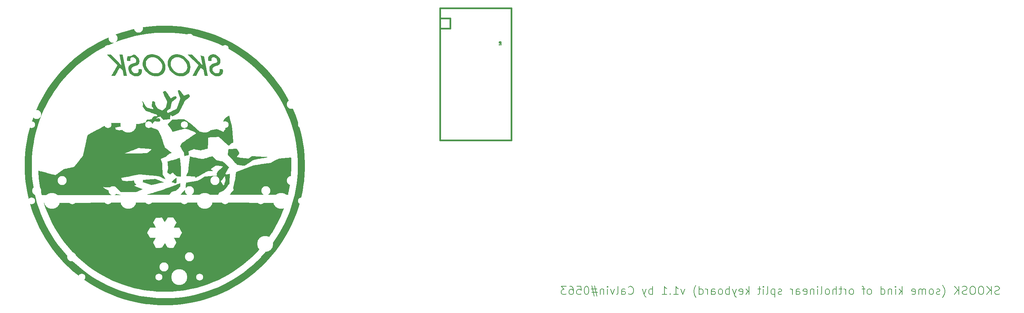
<source format=gbr>
%TF.GenerationSoftware,KiCad,Pcbnew,(6.0.7)*%
%TF.CreationDate,2022-11-26T03:08:02+01:00*%
%TF.ProjectId,skoosk pcb no leds rgb,736b6f6f-736b-4207-9063-62206e6f206c,rev?*%
%TF.SameCoordinates,Original*%
%TF.FileFunction,Legend,Bot*%
%TF.FilePolarity,Positive*%
%FSLAX46Y46*%
G04 Gerber Fmt 4.6, Leading zero omitted, Abs format (unit mm)*
G04 Created by KiCad (PCBNEW (6.0.7)) date 2022-11-26 03:08:02*
%MOMM*%
%LPD*%
G01*
G04 APERTURE LIST*
%ADD10C,0.150000*%
%ADD11C,0.381000*%
%ADD12R,1.752600X1.752600*%
%ADD13C,1.752600*%
%ADD14R,1.600000X1.600000*%
%ADD15O,1.600000X1.600000*%
%ADD16C,1.750000*%
%ADD17C,3.987800*%
%ADD18C,2.250000*%
%ADD19C,3.048000*%
%ADD20R,2.000000X2.000000*%
%ADD21C,2.000000*%
%ADD22R,2.000000X3.200000*%
%ADD23R,0.850000X0.850000*%
%ADD24O,0.850000X0.850000*%
G04 APERTURE END LIST*
D10*
X269630047Y-82851523D02*
X269344333Y-82946761D01*
X268868142Y-82946761D01*
X268677666Y-82851523D01*
X268582428Y-82756285D01*
X268487190Y-82565809D01*
X268487190Y-82375333D01*
X268582428Y-82184857D01*
X268677666Y-82089619D01*
X268868142Y-81994380D01*
X269249095Y-81899142D01*
X269439571Y-81803904D01*
X269534809Y-81708666D01*
X269630047Y-81518190D01*
X269630047Y-81327714D01*
X269534809Y-81137238D01*
X269439571Y-81042000D01*
X269249095Y-80946761D01*
X268772904Y-80946761D01*
X268487190Y-81042000D01*
X267630047Y-82946761D02*
X267630047Y-80946761D01*
X266487190Y-82946761D02*
X267344333Y-81803904D01*
X266487190Y-80946761D02*
X267630047Y-82089619D01*
X265249095Y-80946761D02*
X264868142Y-80946761D01*
X264677666Y-81042000D01*
X264487190Y-81232476D01*
X264391952Y-81613428D01*
X264391952Y-82280095D01*
X264487190Y-82661047D01*
X264677666Y-82851523D01*
X264868142Y-82946761D01*
X265249095Y-82946761D01*
X265439571Y-82851523D01*
X265630047Y-82661047D01*
X265725285Y-82280095D01*
X265725285Y-81613428D01*
X265630047Y-81232476D01*
X265439571Y-81042000D01*
X265249095Y-80946761D01*
X263153857Y-80946761D02*
X262772904Y-80946761D01*
X262582428Y-81042000D01*
X262391952Y-81232476D01*
X262296714Y-81613428D01*
X262296714Y-82280095D01*
X262391952Y-82661047D01*
X262582428Y-82851523D01*
X262772904Y-82946761D01*
X263153857Y-82946761D01*
X263344333Y-82851523D01*
X263534809Y-82661047D01*
X263630047Y-82280095D01*
X263630047Y-81613428D01*
X263534809Y-81232476D01*
X263344333Y-81042000D01*
X263153857Y-80946761D01*
X261534809Y-82851523D02*
X261249095Y-82946761D01*
X260772904Y-82946761D01*
X260582428Y-82851523D01*
X260487190Y-82756285D01*
X260391952Y-82565809D01*
X260391952Y-82375333D01*
X260487190Y-82184857D01*
X260582428Y-82089619D01*
X260772904Y-81994380D01*
X261153857Y-81899142D01*
X261344333Y-81803904D01*
X261439571Y-81708666D01*
X261534809Y-81518190D01*
X261534809Y-81327714D01*
X261439571Y-81137238D01*
X261344333Y-81042000D01*
X261153857Y-80946761D01*
X260677666Y-80946761D01*
X260391952Y-81042000D01*
X259534809Y-82946761D02*
X259534809Y-80946761D01*
X258391952Y-82946761D02*
X259249095Y-81803904D01*
X258391952Y-80946761D02*
X259534809Y-82089619D01*
X255439571Y-83708666D02*
X255534809Y-83613428D01*
X255725285Y-83327714D01*
X255820523Y-83137238D01*
X255915761Y-82851523D01*
X256010999Y-82375333D01*
X256010999Y-81994380D01*
X255915761Y-81518190D01*
X255820523Y-81232476D01*
X255725285Y-81042000D01*
X255534809Y-80756285D01*
X255439571Y-80661047D01*
X254772904Y-82851523D02*
X254582428Y-82946761D01*
X254201476Y-82946761D01*
X254010999Y-82851523D01*
X253915761Y-82661047D01*
X253915761Y-82565809D01*
X254010999Y-82375333D01*
X254201476Y-82280095D01*
X254487190Y-82280095D01*
X254677666Y-82184857D01*
X254772904Y-81994380D01*
X254772904Y-81899142D01*
X254677666Y-81708666D01*
X254487190Y-81613428D01*
X254201476Y-81613428D01*
X254010999Y-81708666D01*
X252772904Y-82946761D02*
X252963380Y-82851523D01*
X253058619Y-82756285D01*
X253153857Y-82565809D01*
X253153857Y-81994380D01*
X253058619Y-81803904D01*
X252963380Y-81708666D01*
X252772904Y-81613428D01*
X252487190Y-81613428D01*
X252296714Y-81708666D01*
X252201476Y-81803904D01*
X252106238Y-81994380D01*
X252106238Y-82565809D01*
X252201476Y-82756285D01*
X252296714Y-82851523D01*
X252487190Y-82946761D01*
X252772904Y-82946761D01*
X251249095Y-82946761D02*
X251249095Y-81613428D01*
X251249095Y-81803904D02*
X251153857Y-81708666D01*
X250963380Y-81613428D01*
X250677666Y-81613428D01*
X250487190Y-81708666D01*
X250391952Y-81899142D01*
X250391952Y-82946761D01*
X250391952Y-81899142D02*
X250296714Y-81708666D01*
X250106238Y-81613428D01*
X249820523Y-81613428D01*
X249630047Y-81708666D01*
X249534809Y-81899142D01*
X249534809Y-82946761D01*
X247820523Y-82851523D02*
X248011000Y-82946761D01*
X248391952Y-82946761D01*
X248582428Y-82851523D01*
X248677666Y-82661047D01*
X248677666Y-81899142D01*
X248582428Y-81708666D01*
X248391952Y-81613428D01*
X248011000Y-81613428D01*
X247820523Y-81708666D01*
X247725285Y-81899142D01*
X247725285Y-82089619D01*
X248677666Y-82280095D01*
X245344333Y-82946761D02*
X245344333Y-80946761D01*
X245153857Y-82184857D02*
X244582428Y-82946761D01*
X244582428Y-81613428D02*
X245344333Y-82375333D01*
X243725285Y-82946761D02*
X243725285Y-81613428D01*
X243725285Y-80946761D02*
X243820523Y-81042000D01*
X243725285Y-81137238D01*
X243630047Y-81042000D01*
X243725285Y-80946761D01*
X243725285Y-81137238D01*
X242772904Y-81613428D02*
X242772904Y-82946761D01*
X242772904Y-81803904D02*
X242677666Y-81708666D01*
X242487190Y-81613428D01*
X242201476Y-81613428D01*
X242011000Y-81708666D01*
X241915761Y-81899142D01*
X241915761Y-82946761D01*
X240106238Y-82946761D02*
X240106238Y-80946761D01*
X240106238Y-82851523D02*
X240296714Y-82946761D01*
X240677666Y-82946761D01*
X240868142Y-82851523D01*
X240963380Y-82756285D01*
X241058619Y-82565809D01*
X241058619Y-81994380D01*
X240963380Y-81803904D01*
X240868142Y-81708666D01*
X240677666Y-81613428D01*
X240296714Y-81613428D01*
X240106238Y-81708666D01*
X237344333Y-82946761D02*
X237534809Y-82851523D01*
X237630047Y-82756285D01*
X237725285Y-82565809D01*
X237725285Y-81994380D01*
X237630047Y-81803904D01*
X237534809Y-81708666D01*
X237344333Y-81613428D01*
X237058619Y-81613428D01*
X236868142Y-81708666D01*
X236772904Y-81803904D01*
X236677666Y-81994380D01*
X236677666Y-82565809D01*
X236772904Y-82756285D01*
X236868142Y-82851523D01*
X237058619Y-82946761D01*
X237344333Y-82946761D01*
X236106238Y-81613428D02*
X235344333Y-81613428D01*
X235820523Y-82946761D02*
X235820523Y-81232476D01*
X235725285Y-81042000D01*
X235534809Y-80946761D01*
X235344333Y-80946761D01*
X232868142Y-82946761D02*
X233058619Y-82851523D01*
X233153857Y-82756285D01*
X233249095Y-82565809D01*
X233249095Y-81994380D01*
X233153857Y-81803904D01*
X233058619Y-81708666D01*
X232868142Y-81613428D01*
X232582428Y-81613428D01*
X232391952Y-81708666D01*
X232296714Y-81803904D01*
X232201476Y-81994380D01*
X232201476Y-82565809D01*
X232296714Y-82756285D01*
X232391952Y-82851523D01*
X232582428Y-82946761D01*
X232868142Y-82946761D01*
X231344333Y-82946761D02*
X231344333Y-81613428D01*
X231344333Y-81994380D02*
X231249095Y-81803904D01*
X231153857Y-81708666D01*
X230963380Y-81613428D01*
X230772904Y-81613428D01*
X230391952Y-81613428D02*
X229630047Y-81613428D01*
X230106238Y-80946761D02*
X230106238Y-82661047D01*
X230011000Y-82851523D01*
X229820523Y-82946761D01*
X229630047Y-82946761D01*
X228963380Y-82946761D02*
X228963380Y-80946761D01*
X228106238Y-82946761D02*
X228106238Y-81899142D01*
X228201476Y-81708666D01*
X228391952Y-81613428D01*
X228677666Y-81613428D01*
X228868142Y-81708666D01*
X228963380Y-81803904D01*
X226868142Y-82946761D02*
X227058619Y-82851523D01*
X227153857Y-82756285D01*
X227249095Y-82565809D01*
X227249095Y-81994380D01*
X227153857Y-81803904D01*
X227058619Y-81708666D01*
X226868142Y-81613428D01*
X226582428Y-81613428D01*
X226391952Y-81708666D01*
X226296714Y-81803904D01*
X226201476Y-81994380D01*
X226201476Y-82565809D01*
X226296714Y-82756285D01*
X226391952Y-82851523D01*
X226582428Y-82946761D01*
X226868142Y-82946761D01*
X225058619Y-82946761D02*
X225249095Y-82851523D01*
X225344333Y-82661047D01*
X225344333Y-80946761D01*
X224296714Y-82946761D02*
X224296714Y-81613428D01*
X224296714Y-80946761D02*
X224391952Y-81042000D01*
X224296714Y-81137238D01*
X224201476Y-81042000D01*
X224296714Y-80946761D01*
X224296714Y-81137238D01*
X223344333Y-81613428D02*
X223344333Y-82946761D01*
X223344333Y-81803904D02*
X223249095Y-81708666D01*
X223058619Y-81613428D01*
X222772904Y-81613428D01*
X222582428Y-81708666D01*
X222487190Y-81899142D01*
X222487190Y-82946761D01*
X220772904Y-82851523D02*
X220963380Y-82946761D01*
X221344333Y-82946761D01*
X221534809Y-82851523D01*
X221630047Y-82661047D01*
X221630047Y-81899142D01*
X221534809Y-81708666D01*
X221344333Y-81613428D01*
X220963380Y-81613428D01*
X220772904Y-81708666D01*
X220677666Y-81899142D01*
X220677666Y-82089619D01*
X221630047Y-82280095D01*
X218963380Y-82946761D02*
X218963380Y-81899142D01*
X219058619Y-81708666D01*
X219249095Y-81613428D01*
X219630047Y-81613428D01*
X219820523Y-81708666D01*
X218963380Y-82851523D02*
X219153857Y-82946761D01*
X219630047Y-82946761D01*
X219820523Y-82851523D01*
X219915761Y-82661047D01*
X219915761Y-82470571D01*
X219820523Y-82280095D01*
X219630047Y-82184857D01*
X219153857Y-82184857D01*
X218963380Y-82089619D01*
X218011000Y-82946761D02*
X218011000Y-81613428D01*
X218011000Y-81994380D02*
X217915761Y-81803904D01*
X217820523Y-81708666D01*
X217630047Y-81613428D01*
X217439571Y-81613428D01*
X215344333Y-82851523D02*
X215153857Y-82946761D01*
X214772904Y-82946761D01*
X214582428Y-82851523D01*
X214487190Y-82661047D01*
X214487190Y-82565809D01*
X214582428Y-82375333D01*
X214772904Y-82280095D01*
X215058619Y-82280095D01*
X215249095Y-82184857D01*
X215344333Y-81994380D01*
X215344333Y-81899142D01*
X215249095Y-81708666D01*
X215058619Y-81613428D01*
X214772904Y-81613428D01*
X214582428Y-81708666D01*
X213630047Y-81613428D02*
X213630047Y-83613428D01*
X213630047Y-81708666D02*
X213439571Y-81613428D01*
X213058619Y-81613428D01*
X212868142Y-81708666D01*
X212772904Y-81803904D01*
X212677666Y-81994380D01*
X212677666Y-82565809D01*
X212772904Y-82756285D01*
X212868142Y-82851523D01*
X213058619Y-82946761D01*
X213439571Y-82946761D01*
X213630047Y-82851523D01*
X211534809Y-82946761D02*
X211725285Y-82851523D01*
X211820523Y-82661047D01*
X211820523Y-80946761D01*
X210772904Y-82946761D02*
X210772904Y-81613428D01*
X210772904Y-80946761D02*
X210868142Y-81042000D01*
X210772904Y-81137238D01*
X210677666Y-81042000D01*
X210772904Y-80946761D01*
X210772904Y-81137238D01*
X210106238Y-81613428D02*
X209344333Y-81613428D01*
X209820523Y-80946761D02*
X209820523Y-82661047D01*
X209725285Y-82851523D01*
X209534809Y-82946761D01*
X209344333Y-82946761D01*
X207153857Y-82946761D02*
X207153857Y-80946761D01*
X206963380Y-82184857D02*
X206391952Y-82946761D01*
X206391952Y-81613428D02*
X207153857Y-82375333D01*
X204772904Y-82851523D02*
X204963380Y-82946761D01*
X205344333Y-82946761D01*
X205534809Y-82851523D01*
X205630047Y-82661047D01*
X205630047Y-81899142D01*
X205534809Y-81708666D01*
X205344333Y-81613428D01*
X204963380Y-81613428D01*
X204772904Y-81708666D01*
X204677666Y-81899142D01*
X204677666Y-82089619D01*
X205630047Y-82280095D01*
X204011000Y-81613428D02*
X203534809Y-82946761D01*
X203058619Y-81613428D02*
X203534809Y-82946761D01*
X203725285Y-83422952D01*
X203820523Y-83518190D01*
X204011000Y-83613428D01*
X202296714Y-82946761D02*
X202296714Y-80946761D01*
X202296714Y-81708666D02*
X202106238Y-81613428D01*
X201725285Y-81613428D01*
X201534809Y-81708666D01*
X201439571Y-81803904D01*
X201344333Y-81994380D01*
X201344333Y-82565809D01*
X201439571Y-82756285D01*
X201534809Y-82851523D01*
X201725285Y-82946761D01*
X202106238Y-82946761D01*
X202296714Y-82851523D01*
X200201476Y-82946761D02*
X200391952Y-82851523D01*
X200487190Y-82756285D01*
X200582428Y-82565809D01*
X200582428Y-81994380D01*
X200487190Y-81803904D01*
X200391952Y-81708666D01*
X200201476Y-81613428D01*
X199915761Y-81613428D01*
X199725285Y-81708666D01*
X199630047Y-81803904D01*
X199534809Y-81994380D01*
X199534809Y-82565809D01*
X199630047Y-82756285D01*
X199725285Y-82851523D01*
X199915761Y-82946761D01*
X200201476Y-82946761D01*
X197820523Y-82946761D02*
X197820523Y-81899142D01*
X197915761Y-81708666D01*
X198106238Y-81613428D01*
X198487190Y-81613428D01*
X198677666Y-81708666D01*
X197820523Y-82851523D02*
X198011000Y-82946761D01*
X198487190Y-82946761D01*
X198677666Y-82851523D01*
X198772904Y-82661047D01*
X198772904Y-82470571D01*
X198677666Y-82280095D01*
X198487190Y-82184857D01*
X198011000Y-82184857D01*
X197820523Y-82089619D01*
X196868142Y-82946761D02*
X196868142Y-81613428D01*
X196868142Y-81994380D02*
X196772904Y-81803904D01*
X196677666Y-81708666D01*
X196487190Y-81613428D01*
X196296714Y-81613428D01*
X194772904Y-82946761D02*
X194772904Y-80946761D01*
X194772904Y-82851523D02*
X194963380Y-82946761D01*
X195344333Y-82946761D01*
X195534809Y-82851523D01*
X195630047Y-82756285D01*
X195725285Y-82565809D01*
X195725285Y-81994380D01*
X195630047Y-81803904D01*
X195534809Y-81708666D01*
X195344333Y-81613428D01*
X194963380Y-81613428D01*
X194772904Y-81708666D01*
X194011000Y-83708666D02*
X193915761Y-83613428D01*
X193725285Y-83327714D01*
X193630047Y-83137238D01*
X193534809Y-82851523D01*
X193439571Y-82375333D01*
X193439571Y-81994380D01*
X193534809Y-81518190D01*
X193630047Y-81232476D01*
X193725285Y-81042000D01*
X193915761Y-80756285D01*
X194011000Y-80661047D01*
X191153857Y-81613428D02*
X190677666Y-82946761D01*
X190201476Y-81613428D01*
X188391952Y-82946761D02*
X189534809Y-82946761D01*
X188963380Y-82946761D02*
X188963380Y-80946761D01*
X189153857Y-81232476D01*
X189344333Y-81422952D01*
X189534809Y-81518190D01*
X187534809Y-82756285D02*
X187439571Y-82851523D01*
X187534809Y-82946761D01*
X187630047Y-82851523D01*
X187534809Y-82756285D01*
X187534809Y-82946761D01*
X185534809Y-82946761D02*
X186677666Y-82946761D01*
X186106238Y-82946761D02*
X186106238Y-80946761D01*
X186296714Y-81232476D01*
X186487190Y-81422952D01*
X186677666Y-81518190D01*
X183153857Y-82946761D02*
X183153857Y-80946761D01*
X183153857Y-81708666D02*
X182963380Y-81613428D01*
X182582428Y-81613428D01*
X182391952Y-81708666D01*
X182296714Y-81803904D01*
X182201476Y-81994380D01*
X182201476Y-82565809D01*
X182296714Y-82756285D01*
X182391952Y-82851523D01*
X182582428Y-82946761D01*
X182963380Y-82946761D01*
X183153857Y-82851523D01*
X181534809Y-81613428D02*
X181058619Y-82946761D01*
X180582428Y-81613428D02*
X181058619Y-82946761D01*
X181249095Y-83422952D01*
X181344333Y-83518190D01*
X181534809Y-83613428D01*
X177153857Y-82756285D02*
X177249095Y-82851523D01*
X177534809Y-82946761D01*
X177725285Y-82946761D01*
X178011000Y-82851523D01*
X178201476Y-82661047D01*
X178296714Y-82470571D01*
X178391952Y-82089619D01*
X178391952Y-81803904D01*
X178296714Y-81422952D01*
X178201476Y-81232476D01*
X178011000Y-81042000D01*
X177725285Y-80946761D01*
X177534809Y-80946761D01*
X177249095Y-81042000D01*
X177153857Y-81137238D01*
X175439571Y-82946761D02*
X175439571Y-81899142D01*
X175534809Y-81708666D01*
X175725285Y-81613428D01*
X176106238Y-81613428D01*
X176296714Y-81708666D01*
X175439571Y-82851523D02*
X175630047Y-82946761D01*
X176106238Y-82946761D01*
X176296714Y-82851523D01*
X176391952Y-82661047D01*
X176391952Y-82470571D01*
X176296714Y-82280095D01*
X176106238Y-82184857D01*
X175630047Y-82184857D01*
X175439571Y-82089619D01*
X174201476Y-82946761D02*
X174391952Y-82851523D01*
X174487190Y-82661047D01*
X174487190Y-80946761D01*
X173630047Y-81613428D02*
X173153857Y-82946761D01*
X172677666Y-81613428D01*
X171915761Y-82946761D02*
X171915761Y-81613428D01*
X171915761Y-80946761D02*
X172011000Y-81042000D01*
X171915761Y-81137238D01*
X171820523Y-81042000D01*
X171915761Y-80946761D01*
X171915761Y-81137238D01*
X170963380Y-81613428D02*
X170963380Y-82946761D01*
X170963380Y-81803904D02*
X170868142Y-81708666D01*
X170677666Y-81613428D01*
X170391952Y-81613428D01*
X170201476Y-81708666D01*
X170106238Y-81899142D01*
X170106238Y-82946761D01*
X169249095Y-81613428D02*
X167820523Y-81613428D01*
X168677666Y-80756285D02*
X169249095Y-83327714D01*
X168011000Y-82470571D02*
X169439571Y-82470571D01*
X168582428Y-83327714D02*
X168011000Y-80756285D01*
X166772904Y-80946761D02*
X166582428Y-80946761D01*
X166391952Y-81042000D01*
X166296714Y-81137238D01*
X166201476Y-81327714D01*
X166106238Y-81708666D01*
X166106238Y-82184857D01*
X166201476Y-82565809D01*
X166296714Y-82756285D01*
X166391952Y-82851523D01*
X166582428Y-82946761D01*
X166772904Y-82946761D01*
X166963380Y-82851523D01*
X167058619Y-82756285D01*
X167153857Y-82565809D01*
X167249095Y-82184857D01*
X167249095Y-81708666D01*
X167153857Y-81327714D01*
X167058619Y-81137238D01*
X166963380Y-81042000D01*
X166772904Y-80946761D01*
X164296714Y-80946761D02*
X165249095Y-80946761D01*
X165344333Y-81899142D01*
X165249095Y-81803904D01*
X165058619Y-81708666D01*
X164582428Y-81708666D01*
X164391952Y-81803904D01*
X164296714Y-81899142D01*
X164201476Y-82089619D01*
X164201476Y-82565809D01*
X164296714Y-82756285D01*
X164391952Y-82851523D01*
X164582428Y-82946761D01*
X165058619Y-82946761D01*
X165249095Y-82851523D01*
X165344333Y-82756285D01*
X162487190Y-80946761D02*
X162868142Y-80946761D01*
X163058619Y-81042000D01*
X163153857Y-81137238D01*
X163344333Y-81422952D01*
X163439571Y-81803904D01*
X163439571Y-82565809D01*
X163344333Y-82756285D01*
X163249095Y-82851523D01*
X163058619Y-82946761D01*
X162677666Y-82946761D01*
X162487190Y-82851523D01*
X162391952Y-82756285D01*
X162296714Y-82565809D01*
X162296714Y-82089619D01*
X162391952Y-81899142D01*
X162487190Y-81803904D01*
X162677666Y-81708666D01*
X163058619Y-81708666D01*
X163249095Y-81803904D01*
X163344333Y-81899142D01*
X163439571Y-82089619D01*
X161630047Y-80946761D02*
X160391952Y-80946761D01*
X161058619Y-81708666D01*
X160772904Y-81708666D01*
X160582428Y-81803904D01*
X160487190Y-81899142D01*
X160391952Y-82089619D01*
X160391952Y-82565809D01*
X160487190Y-82756285D01*
X160582428Y-82851523D01*
X160772904Y-82946761D01*
X161344333Y-82946761D01*
X161534809Y-82851523D01*
X161630047Y-82756285D01*
D11*
%TO.C,U1*%
X130175000Y-11384700D02*
X130175000Y-44404700D01*
X147955000Y-11384700D02*
X130175000Y-11384700D01*
X130175000Y-44404700D02*
X147955000Y-44404700D01*
X132715000Y-13924700D02*
X130175000Y-13924700D01*
X132715000Y-13924700D02*
X132715000Y-16464700D01*
X147955000Y-44404700D02*
X147955000Y-11384700D01*
X132715000Y-16464700D02*
X130175000Y-16464700D01*
G36*
X145009635Y-20613730D02*
G01*
X144909635Y-20613730D01*
X144909635Y-20413730D01*
X145009635Y-20413730D01*
X145009635Y-20613730D01*
G37*
D10*
X145009635Y-20613730D02*
X144909635Y-20613730D01*
X144909635Y-20413730D01*
X145009635Y-20413730D01*
X145009635Y-20613730D01*
G36*
X145409635Y-20613730D02*
G01*
X145309635Y-20613730D01*
X145309635Y-19813730D01*
X145409635Y-19813730D01*
X145409635Y-20613730D01*
G37*
X145409635Y-20613730D02*
X145309635Y-20613730D01*
X145309635Y-19813730D01*
X145409635Y-19813730D01*
X145409635Y-20613730D01*
G36*
X145009635Y-20113730D02*
G01*
X144909635Y-20113730D01*
X144909635Y-19813730D01*
X145009635Y-19813730D01*
X145009635Y-20113730D01*
G37*
X145009635Y-20113730D02*
X144909635Y-20113730D01*
X144909635Y-19813730D01*
X145009635Y-19813730D01*
X145009635Y-20113730D01*
G36*
X145409635Y-19913730D02*
G01*
X144909635Y-19913730D01*
X144909635Y-19813730D01*
X145409635Y-19813730D01*
X145409635Y-19913730D01*
G37*
X145409635Y-19913730D02*
X144909635Y-19913730D01*
X144909635Y-19813730D01*
X145409635Y-19813730D01*
X145409635Y-19913730D01*
G36*
X145209635Y-20313730D02*
G01*
X145109635Y-20313730D01*
X145109635Y-20213730D01*
X145209635Y-20213730D01*
X145209635Y-20313730D01*
G37*
X145209635Y-20313730D02*
X145109635Y-20313730D01*
X145109635Y-20213730D01*
X145209635Y-20213730D01*
X145209635Y-20313730D01*
%TO.C,Gback*%
G36*
X78383914Y-42435890D02*
G01*
X78387345Y-42475774D01*
X78389795Y-42504262D01*
X78392736Y-42538447D01*
X78395677Y-42572633D01*
X78399108Y-42612516D01*
X78412340Y-42766352D01*
X78433500Y-43013294D01*
X78463199Y-43363255D01*
X78490734Y-43691633D01*
X78515564Y-43991780D01*
X78537150Y-44257050D01*
X78554954Y-44480795D01*
X78568437Y-44656368D01*
X78577057Y-44777122D01*
X78580278Y-44836411D01*
X78582069Y-44974975D01*
X78300036Y-45089127D01*
X78096422Y-45185652D01*
X77874714Y-45329642D01*
X77698078Y-45491830D01*
X77578163Y-45662957D01*
X77499704Y-45817337D01*
X77263161Y-45613414D01*
X77244710Y-45597422D01*
X77146556Y-45511051D01*
X77008912Y-45388601D01*
X76840518Y-45237907D01*
X76650117Y-45066805D01*
X76446450Y-44883130D01*
X76238258Y-44694719D01*
X76179752Y-44641696D01*
X75973254Y-44454893D01*
X75774634Y-44275711D01*
X75592434Y-44111825D01*
X75435197Y-43970909D01*
X75311465Y-43860637D01*
X75229779Y-43788685D01*
X75009659Y-43597424D01*
X73796066Y-43643363D01*
X73551971Y-43653028D01*
X73279517Y-43664851D01*
X73031813Y-43676699D01*
X72817574Y-43688103D01*
X72645519Y-43698596D01*
X72524363Y-43707709D01*
X72462822Y-43714974D01*
X72431378Y-43722236D01*
X72370655Y-43747916D01*
X72339345Y-43798046D01*
X72320067Y-43894481D01*
X72313394Y-43963211D01*
X72306125Y-44094548D01*
X72299860Y-44267504D01*
X72295107Y-44467699D01*
X72292371Y-44680753D01*
X72291237Y-44798136D01*
X72287151Y-45050814D01*
X72281043Y-45309698D01*
X72273308Y-45565468D01*
X72264339Y-45808802D01*
X72254533Y-46030379D01*
X72244283Y-46220878D01*
X72233983Y-46370979D01*
X72224030Y-46471359D01*
X72214816Y-46512699D01*
X72203542Y-46518429D01*
X72137866Y-46538788D01*
X72028994Y-46566579D01*
X71893174Y-46597517D01*
X71822510Y-46613170D01*
X71654803Y-46651863D01*
X71451208Y-46700201D01*
X71231226Y-46753533D01*
X71014356Y-46807205D01*
X70437626Y-46951631D01*
X69988784Y-46872986D01*
X69819521Y-46843327D01*
X69577591Y-46800933D01*
X69336551Y-46758692D01*
X69129630Y-46722428D01*
X68719318Y-46650514D01*
X68206615Y-46850467D01*
X68109568Y-46888398D01*
X67927282Y-46960076D01*
X67764236Y-47024721D01*
X67635266Y-47076437D01*
X67555206Y-47109329D01*
X67416500Y-47168239D01*
X67465681Y-47617902D01*
X67469691Y-47655077D01*
X67485871Y-47818107D01*
X67496959Y-47952373D01*
X67501990Y-48044828D01*
X67500002Y-48082426D01*
X67480393Y-48090433D01*
X67404121Y-48114772D01*
X67281123Y-48151372D01*
X67122662Y-48196902D01*
X66939998Y-48248032D01*
X66394855Y-48398778D01*
X66371314Y-48267998D01*
X66367262Y-48244090D01*
X66350995Y-48132916D01*
X66331997Y-47986853D01*
X66313591Y-47831045D01*
X66279407Y-47524871D01*
X65818991Y-46772235D01*
X65711402Y-46595448D01*
X65594927Y-46401838D01*
X65494154Y-46231916D01*
X65414142Y-46094302D01*
X65359949Y-45997613D01*
X65336635Y-45950470D01*
X65335364Y-45945540D01*
X65341633Y-45891347D01*
X65378922Y-45803854D01*
X65450725Y-45676050D01*
X65560533Y-45500922D01*
X65806372Y-45120503D01*
X66443773Y-44666229D01*
X66540485Y-44597599D01*
X66753071Y-44448044D01*
X67002812Y-44273633D01*
X67277169Y-44083069D01*
X67563601Y-43885050D01*
X67849570Y-43688278D01*
X68122537Y-43501451D01*
X68250381Y-43414173D01*
X68524985Y-43226172D01*
X68749520Y-43071414D01*
X68928729Y-42946433D01*
X69067354Y-42847760D01*
X69170139Y-42771929D01*
X69241827Y-42715471D01*
X69287160Y-42674920D01*
X69310882Y-42646807D01*
X69317735Y-42627666D01*
X69313335Y-42618102D01*
X69307156Y-42612516D01*
X69351921Y-42612516D01*
X69369013Y-42629609D01*
X69386106Y-42612516D01*
X69369013Y-42595424D01*
X69351921Y-42612516D01*
X69307156Y-42612516D01*
X69274417Y-42582916D01*
X69426339Y-42582916D01*
X69454478Y-42595424D01*
X69472576Y-42592956D01*
X69477268Y-42572633D01*
X69472258Y-42568542D01*
X69431687Y-42572633D01*
X69426339Y-42582916D01*
X69274417Y-42582916D01*
X69265482Y-42574838D01*
X69228496Y-42548730D01*
X69528896Y-42548730D01*
X69557035Y-42561238D01*
X69575133Y-42558771D01*
X69579825Y-42538447D01*
X69574815Y-42534356D01*
X69534244Y-42538447D01*
X69528896Y-42548730D01*
X69228496Y-42548730D01*
X69180066Y-42514544D01*
X69631453Y-42514544D01*
X69659592Y-42527052D01*
X69677690Y-42524585D01*
X69682383Y-42504262D01*
X69677372Y-42500170D01*
X69636802Y-42504262D01*
X69631453Y-42514544D01*
X69180066Y-42514544D01*
X69175759Y-42511504D01*
X69119524Y-42475774D01*
X69727964Y-42475774D01*
X69745056Y-42492866D01*
X69762149Y-42475774D01*
X69745056Y-42458681D01*
X69727964Y-42475774D01*
X69119524Y-42475774D01*
X69072936Y-42446173D01*
X69802382Y-42446173D01*
X69830521Y-42458681D01*
X69848619Y-42456214D01*
X69853311Y-42435890D01*
X69848301Y-42431799D01*
X69807730Y-42435890D01*
X69802382Y-42446173D01*
X69072936Y-42446173D01*
X69057669Y-42436473D01*
X69016121Y-42411987D01*
X69904939Y-42411987D01*
X69933078Y-42424495D01*
X69951176Y-42422028D01*
X69955869Y-42401704D01*
X69950858Y-42397613D01*
X69910288Y-42401704D01*
X69904939Y-42411987D01*
X69016121Y-42411987D01*
X68958113Y-42377801D01*
X70007496Y-42377801D01*
X70035635Y-42390309D01*
X70053733Y-42387842D01*
X70058426Y-42367519D01*
X70053415Y-42363427D01*
X70012845Y-42367519D01*
X70007496Y-42377801D01*
X68958113Y-42377801D01*
X68924713Y-42358117D01*
X68889743Y-42339031D01*
X70104007Y-42339031D01*
X70121100Y-42356123D01*
X70138192Y-42339031D01*
X70121100Y-42321938D01*
X70104007Y-42339031D01*
X68889743Y-42339031D01*
X68790391Y-42284806D01*
X68668206Y-42224913D01*
X68645011Y-42214611D01*
X68516851Y-42160651D01*
X68348384Y-42092870D01*
X68158827Y-42018905D01*
X67967398Y-41946395D01*
X67920809Y-41928987D01*
X67728117Y-41855847D01*
X67542052Y-41783612D01*
X67381810Y-41719801D01*
X67266591Y-41671931D01*
X67145045Y-41625398D01*
X66959099Y-41579017D01*
X66736712Y-41552509D01*
X66678523Y-41548366D01*
X66569196Y-41543417D01*
X66470586Y-41545717D01*
X66367336Y-41557344D01*
X66244093Y-41580375D01*
X66085503Y-41616890D01*
X65876209Y-41668965D01*
X65792456Y-41690353D01*
X65571361Y-41748215D01*
X65310958Y-41817810D01*
X65029316Y-41894249D01*
X64744505Y-41972645D01*
X64474594Y-42048109D01*
X64275645Y-42103687D01*
X64057633Y-42163212D01*
X63866596Y-42213891D01*
X63712215Y-42253208D01*
X63604174Y-42278649D01*
X63552156Y-42287698D01*
X63501232Y-42270809D01*
X63441284Y-42208508D01*
X63367635Y-42091184D01*
X63285221Y-41951925D01*
X63159072Y-41752072D01*
X63012599Y-41530017D01*
X62857428Y-41303019D01*
X62705183Y-41088336D01*
X62567491Y-40903230D01*
X62515463Y-40835263D01*
X62417431Y-40705678D01*
X62333424Y-40592782D01*
X62277394Y-40515232D01*
X62197593Y-40400721D01*
X63317361Y-39279407D01*
X63505772Y-39279401D01*
X63596964Y-39276739D01*
X63743512Y-39269095D01*
X63929382Y-39257388D01*
X64140003Y-39242536D01*
X64360803Y-39225458D01*
X64507154Y-39214566D01*
X64797298Y-39196921D01*
X65105193Y-39182269D01*
X65402245Y-39171894D01*
X65659861Y-39167081D01*
X66292297Y-39162638D01*
X66852127Y-39485962D01*
X67103412Y-39637292D01*
X67362537Y-39804766D01*
X67603194Y-39971230D01*
X67803852Y-40122287D01*
X67818141Y-40133727D01*
X67983693Y-40269250D01*
X68172940Y-40428765D01*
X68380083Y-40606986D01*
X68599322Y-40798624D01*
X68824859Y-40998392D01*
X69050893Y-41201003D01*
X69271625Y-41401170D01*
X69481257Y-41593604D01*
X69673987Y-41773018D01*
X69844018Y-41934125D01*
X69985549Y-42071638D01*
X70092782Y-42180268D01*
X70159916Y-42254729D01*
X70181153Y-42289733D01*
X70187989Y-42299139D01*
X70242451Y-42306992D01*
X70334989Y-42301835D01*
X70533200Y-42278010D01*
X71072304Y-42205372D01*
X71675146Y-42113928D01*
X72340364Y-42003891D01*
X73066595Y-41875473D01*
X73119855Y-41865802D01*
X73410715Y-41813519D01*
X73682093Y-41765602D01*
X73926030Y-41723397D01*
X74134568Y-41688248D01*
X74299749Y-41661500D01*
X74413616Y-41644499D01*
X74468210Y-41638589D01*
X74500027Y-41645039D01*
X74592793Y-41676969D01*
X74730721Y-41731951D01*
X74903998Y-41805875D01*
X75102806Y-41894631D01*
X75317331Y-41994110D01*
X76047745Y-42339031D01*
X76069417Y-42349265D01*
X76146685Y-42258683D01*
X76169151Y-42230842D01*
X76236232Y-42141079D01*
X76321577Y-42021436D01*
X76412138Y-41890034D01*
X76600325Y-41611966D01*
X76498052Y-41120855D01*
X76492851Y-41095931D01*
X76443988Y-40865065D01*
X76387326Y-40601881D01*
X76329480Y-40336915D01*
X76277065Y-40100706D01*
X76158350Y-39571668D01*
X76318939Y-39267095D01*
X76414645Y-39099080D01*
X76528638Y-38940044D01*
X76650515Y-38817094D01*
X76654127Y-38814034D01*
X76744039Y-38742411D01*
X76863085Y-38653447D01*
X76999254Y-38555431D01*
X77140532Y-38456651D01*
X77274906Y-38365395D01*
X77390364Y-38289951D01*
X77474892Y-38238606D01*
X77516477Y-38219650D01*
X77516837Y-38219702D01*
X77533953Y-38253581D01*
X77564462Y-38343139D01*
X77605265Y-38478142D01*
X77653264Y-38648354D01*
X77705360Y-38843539D01*
X77751066Y-39017951D01*
X77824848Y-39295834D01*
X77905068Y-39594641D01*
X77984742Y-39888401D01*
X78056889Y-40151144D01*
X78246193Y-40834858D01*
X78378032Y-42367519D01*
X78380973Y-42401704D01*
X78383914Y-42435890D01*
G37*
G36*
X65373663Y-55178506D02*
G01*
X65380112Y-55266838D01*
X65385838Y-55396297D01*
X65390064Y-55552689D01*
X65397705Y-55944953D01*
X65058729Y-56299991D01*
X64997788Y-56362712D01*
X64849454Y-56508123D01*
X64693320Y-56652925D01*
X64538769Y-56789184D01*
X64395181Y-56908970D01*
X64271940Y-57004352D01*
X64178427Y-57067397D01*
X64124024Y-57090175D01*
X64120670Y-57090384D01*
X64064876Y-57100312D01*
X63958689Y-57122918D01*
X63815909Y-57155177D01*
X63650337Y-57194061D01*
X63215581Y-57297947D01*
X62890817Y-57687963D01*
X62566052Y-58077978D01*
X59788462Y-58079769D01*
X59391630Y-58079784D01*
X58926047Y-58079108D01*
X58503272Y-58077690D01*
X58126500Y-58075564D01*
X57798927Y-58072763D01*
X57523747Y-58069324D01*
X57304157Y-58065279D01*
X57143350Y-58060664D01*
X57044523Y-58055513D01*
X57010871Y-58049860D01*
X57042664Y-58017706D01*
X57135832Y-57971852D01*
X57285047Y-57914348D01*
X57484977Y-57846988D01*
X57730292Y-57771568D01*
X58015659Y-57689884D01*
X58335748Y-57603730D01*
X58401901Y-57586149D01*
X58683959Y-57506609D01*
X59021866Y-57405273D01*
X59409296Y-57284143D01*
X59839926Y-57145219D01*
X60307432Y-56990505D01*
X60805487Y-56822002D01*
X61299380Y-56652939D01*
X61832830Y-56469579D01*
X62309726Y-56304659D01*
X62734612Y-56156524D01*
X63112033Y-56023518D01*
X63446534Y-55903985D01*
X63742660Y-55796269D01*
X64004956Y-55698715D01*
X64237967Y-55609666D01*
X64446237Y-55527466D01*
X64634312Y-55450460D01*
X64806737Y-55376992D01*
X64968056Y-55305405D01*
X64980126Y-55299952D01*
X65126698Y-55235463D01*
X65248414Y-55184972D01*
X65332896Y-55153425D01*
X65367763Y-55145765D01*
X65373663Y-55178506D01*
G37*
G36*
X79659732Y-46885637D02*
G01*
X79729688Y-46988374D01*
X79836722Y-47153432D01*
X79932798Y-47310152D01*
X80003252Y-47435079D01*
X80120412Y-47659853D01*
X79911368Y-47956508D01*
X79757218Y-48177620D01*
X79627371Y-48369972D01*
X79538623Y-48509832D01*
X79490493Y-48597959D01*
X79482502Y-48635112D01*
X79485497Y-48636717D01*
X79538023Y-48648436D01*
X79647325Y-48666346D01*
X79804213Y-48689302D01*
X79999495Y-48716160D01*
X80223980Y-48745775D01*
X80468478Y-48777003D01*
X80723797Y-48808700D01*
X80980746Y-48839721D01*
X81230135Y-48868921D01*
X81462771Y-48895156D01*
X81669464Y-48917283D01*
X81841023Y-48934155D01*
X81968257Y-48944630D01*
X82390941Y-48973196D01*
X82648752Y-48782575D01*
X82688397Y-48753361D01*
X82830200Y-48650128D01*
X82967017Y-48552149D01*
X83073972Y-48477283D01*
X83241380Y-48362612D01*
X83996987Y-48421608D01*
X84113660Y-48430354D01*
X84367082Y-48447797D01*
X84665462Y-48466816D01*
X84993829Y-48486524D01*
X85337216Y-48506034D01*
X85680651Y-48524458D01*
X86009166Y-48540908D01*
X86019086Y-48541385D01*
X86304963Y-48555706D01*
X86568851Y-48570008D01*
X86803031Y-48583793D01*
X86999783Y-48596560D01*
X87151389Y-48607810D01*
X87250129Y-48617041D01*
X87288283Y-48623755D01*
X87293287Y-48629987D01*
X87279489Y-48646387D01*
X87277400Y-48646530D01*
X87227064Y-48655029D01*
X87122040Y-48675126D01*
X86973045Y-48704699D01*
X86790792Y-48741624D01*
X86585996Y-48783780D01*
X86554593Y-48790253D01*
X86336474Y-48833786D01*
X86069356Y-48885215D01*
X85768967Y-48941614D01*
X85451032Y-49000057D01*
X85131278Y-49057616D01*
X84825430Y-49111367D01*
X83727021Y-49301650D01*
X83333886Y-49534455D01*
X83240381Y-49591015D01*
X83068612Y-49698164D01*
X82862704Y-49829317D01*
X82635800Y-49976019D01*
X82401041Y-50129814D01*
X82171571Y-50282247D01*
X82062219Y-50355397D01*
X81854637Y-50493460D01*
X81692838Y-50599086D01*
X81569361Y-50676390D01*
X81476744Y-50729493D01*
X81407526Y-50762511D01*
X81354245Y-50779562D01*
X81309439Y-50784766D01*
X81265649Y-50782239D01*
X81076946Y-50761379D01*
X80820789Y-50732202D01*
X80604265Y-50706101D01*
X80409910Y-50680863D01*
X80220266Y-50654275D01*
X80017869Y-50624124D01*
X79972977Y-50617212D01*
X79805703Y-50590030D01*
X79665266Y-50565024D01*
X79565276Y-50544720D01*
X79519347Y-50531643D01*
X79517824Y-50530554D01*
X79481318Y-50494277D01*
X79406601Y-50414202D01*
X79299820Y-50297109D01*
X79167118Y-50149777D01*
X79014643Y-49978988D01*
X78848537Y-49791520D01*
X78728488Y-49656211D01*
X78517439Y-49420878D01*
X78297775Y-49178606D01*
X78082862Y-48944031D01*
X77886064Y-48731789D01*
X77720750Y-48556518D01*
X77226757Y-48039416D01*
X77239437Y-47821525D01*
X77243644Y-47757341D01*
X77255909Y-47605467D01*
X77272228Y-47430741D01*
X77291139Y-47246155D01*
X77311181Y-47064699D01*
X77330892Y-46899368D01*
X77348813Y-46763152D01*
X77363481Y-46669044D01*
X77373436Y-46630036D01*
X77389009Y-46626210D01*
X77463596Y-46618910D01*
X77590103Y-46610781D01*
X77758271Y-46602222D01*
X77957837Y-46593630D01*
X78178542Y-46585406D01*
X78410126Y-46577947D01*
X78642328Y-46571654D01*
X78864888Y-46566926D01*
X79067545Y-46564160D01*
X79433370Y-46560969D01*
X79659732Y-46885637D01*
G37*
G36*
X92908508Y-48755727D02*
G01*
X92961230Y-48764923D01*
X92992059Y-48781410D01*
X93007786Y-48805432D01*
X93015200Y-48837232D01*
X93021093Y-48877052D01*
X93024175Y-48904159D01*
X93030540Y-49002110D01*
X93037470Y-49154101D01*
X93044639Y-49350822D01*
X93051724Y-49582966D01*
X93058399Y-49841223D01*
X93064339Y-50116285D01*
X93064599Y-50129777D01*
X93062525Y-51518606D01*
X93001926Y-52882106D01*
X92881774Y-54231848D01*
X92701041Y-55579402D01*
X92458701Y-56936339D01*
X92421402Y-57121611D01*
X92374741Y-57350697D01*
X92332377Y-57555758D01*
X92296558Y-57726032D01*
X92269528Y-57850760D01*
X92253535Y-57919179D01*
X92219541Y-58047375D01*
X77761611Y-58047375D01*
X77761611Y-57967055D01*
X77762132Y-57958087D01*
X77791612Y-57872560D01*
X77859348Y-57753648D01*
X77955615Y-57613459D01*
X78070686Y-57464105D01*
X78194833Y-57317695D01*
X78318332Y-57186339D01*
X78431454Y-57082148D01*
X78524474Y-57017233D01*
X78597810Y-56976641D01*
X78635837Y-56936966D01*
X78645151Y-56876696D01*
X78636599Y-56772124D01*
X78628846Y-56697546D01*
X78612954Y-56543002D01*
X78601905Y-56414865D01*
X78596925Y-56302810D01*
X78599242Y-56196516D01*
X78610079Y-56085658D01*
X78630665Y-55959913D01*
X78662225Y-55808960D01*
X78705985Y-55622473D01*
X78763171Y-55390131D01*
X78835009Y-55101609D01*
X78862093Y-54992592D01*
X78929503Y-54719220D01*
X78983197Y-54495178D01*
X79025395Y-54307875D01*
X79058317Y-54144725D01*
X79084184Y-53993138D01*
X79105218Y-53840527D01*
X79123638Y-53674303D01*
X79141665Y-53481877D01*
X79161520Y-53250661D01*
X79174677Y-53098107D01*
X79194314Y-52882307D01*
X79212541Y-52695480D01*
X79228347Y-52547422D01*
X79240721Y-52447927D01*
X79248652Y-52406791D01*
X79263011Y-52397626D01*
X79335655Y-52363703D01*
X79465751Y-52307829D01*
X79649314Y-52231598D01*
X79882363Y-52136603D01*
X80160914Y-52024438D01*
X80480984Y-51896697D01*
X80838590Y-51754972D01*
X81229748Y-51600858D01*
X81650476Y-51435948D01*
X82096790Y-51261836D01*
X82564707Y-51080114D01*
X83624464Y-50669446D01*
X84991894Y-50475607D01*
X85300833Y-50432065D01*
X85648662Y-50383561D01*
X85995974Y-50335614D01*
X86329336Y-50290058D01*
X86635317Y-50248729D01*
X86900485Y-50213460D01*
X87111409Y-50186087D01*
X87863495Y-50090407D01*
X88940346Y-49533624D01*
X90017196Y-48976840D01*
X90444518Y-48948039D01*
X90564515Y-48939406D01*
X90761963Y-48924065D01*
X91000846Y-48904640D01*
X91266476Y-48882350D01*
X91544166Y-48858413D01*
X91819228Y-48834046D01*
X92078837Y-48810617D01*
X92342881Y-48786999D01*
X92551080Y-48769459D01*
X92710223Y-48758238D01*
X92827103Y-48753579D01*
X92908508Y-48755727D01*
G37*
G36*
X69574128Y-24306056D02*
G01*
X69701021Y-24432883D01*
X69940290Y-24671467D01*
X70162787Y-24892605D01*
X70364015Y-25091869D01*
X70539477Y-25264831D01*
X70684674Y-25407064D01*
X70795111Y-25514140D01*
X70866289Y-25581633D01*
X70893712Y-25605114D01*
X70894171Y-25604691D01*
X70890946Y-25565332D01*
X70875552Y-25467132D01*
X70849333Y-25317416D01*
X70813635Y-25123511D01*
X70769805Y-24892742D01*
X70719187Y-24632435D01*
X70663127Y-24349915D01*
X70658249Y-24325556D01*
X70601746Y-24042181D01*
X70549860Y-23779771D01*
X70504077Y-23546003D01*
X70465881Y-23348552D01*
X70436759Y-23195094D01*
X70418196Y-23093304D01*
X70411678Y-23050857D01*
X70412048Y-23047381D01*
X70435564Y-23028258D01*
X70501798Y-23015800D01*
X70619268Y-23009037D01*
X70796489Y-23006998D01*
X71181300Y-23006998D01*
X72247720Y-28342056D01*
X71852555Y-28332468D01*
X71457391Y-28322880D01*
X71314927Y-27609989D01*
X71172463Y-26897099D01*
X70852571Y-26575871D01*
X70825890Y-26549157D01*
X70708754Y-26433824D01*
X70610639Y-26340287D01*
X70541156Y-26277556D01*
X70509919Y-26254643D01*
X70492804Y-26276621D01*
X70445214Y-26351819D01*
X70371545Y-26473974D01*
X70275771Y-26636344D01*
X70161863Y-26832185D01*
X70033796Y-27054754D01*
X69895543Y-27297308D01*
X69303927Y-28339973D01*
X68354958Y-28339973D01*
X68422177Y-28228869D01*
X68432312Y-28211747D01*
X68477405Y-28133921D01*
X68550532Y-28006654D01*
X68647755Y-27836840D01*
X68765134Y-27631372D01*
X68898728Y-27397145D01*
X69044598Y-27141051D01*
X69198804Y-26869986D01*
X69908212Y-25622207D01*
X68582316Y-24314603D01*
X67256421Y-23006998D01*
X68275407Y-23006998D01*
X69574128Y-24306056D01*
G37*
G36*
X96410954Y-52021531D02*
G01*
X96393936Y-52532974D01*
X96368393Y-53028461D01*
X96333673Y-53520818D01*
X96289122Y-54022875D01*
X96234087Y-54547461D01*
X96167914Y-55107402D01*
X96125320Y-55438464D01*
X95890162Y-56941297D01*
X95588663Y-58430773D01*
X95221804Y-59904658D01*
X94790567Y-61360715D01*
X94295935Y-62796709D01*
X93738891Y-64210407D01*
X93120417Y-65599572D01*
X92441495Y-66961969D01*
X91703107Y-68295363D01*
X90906236Y-69597520D01*
X90051865Y-70866204D01*
X89140975Y-72099180D01*
X88174549Y-73294212D01*
X87676086Y-73868285D01*
X86971320Y-74635593D01*
X86226881Y-75400186D01*
X85457011Y-76147937D01*
X84675953Y-76864718D01*
X83897950Y-77536401D01*
X83812472Y-77607550D01*
X82605190Y-78565390D01*
X81361711Y-79466189D01*
X80084054Y-80309173D01*
X78774243Y-81093562D01*
X77434300Y-81818582D01*
X76066246Y-82483455D01*
X74672104Y-83087404D01*
X73253896Y-83629653D01*
X71813644Y-84109424D01*
X70353370Y-84525942D01*
X68875096Y-84878428D01*
X67380845Y-85166107D01*
X65872638Y-85388202D01*
X64352497Y-85543935D01*
X62822445Y-85632531D01*
X61770570Y-85655557D01*
X60339438Y-85638224D01*
X58923370Y-85563347D01*
X57508899Y-85430415D01*
X56895665Y-85354825D01*
X55374804Y-85119607D01*
X53870258Y-84818698D01*
X52383999Y-84452949D01*
X50917997Y-84023211D01*
X49474224Y-83530337D01*
X48054650Y-82975177D01*
X46661247Y-82358584D01*
X45295987Y-81681409D01*
X43960839Y-80944504D01*
X42657776Y-80148720D01*
X41388768Y-79294909D01*
X40155787Y-78383923D01*
X38960803Y-77416613D01*
X38734719Y-77223077D01*
X38057757Y-76620162D01*
X37370345Y-75975009D01*
X36686885Y-75302019D01*
X36021777Y-74615591D01*
X35389421Y-73930127D01*
X34804217Y-73260027D01*
X34406677Y-72781910D01*
X33462749Y-71572131D01*
X32575292Y-70324910D01*
X31745180Y-69042271D01*
X30973289Y-67726240D01*
X30260494Y-66378843D01*
X29607669Y-65002105D01*
X29015691Y-63598052D01*
X28485433Y-62168709D01*
X28017773Y-60716102D01*
X27613584Y-59242257D01*
X27273742Y-57749198D01*
X26999122Y-56238951D01*
X26790600Y-54713542D01*
X26698217Y-53797715D01*
X26598173Y-52269042D01*
X26564769Y-50736138D01*
X26565233Y-50714535D01*
X28327426Y-50714535D01*
X28327836Y-50903882D01*
X28347971Y-52012218D01*
X28399474Y-53076985D01*
X28483828Y-54113656D01*
X28602512Y-55137705D01*
X28757005Y-56164603D01*
X28948789Y-57209825D01*
X28955971Y-57245798D01*
X29281931Y-58701984D01*
X29671261Y-60134755D01*
X30122531Y-61542433D01*
X30634307Y-62923338D01*
X31205157Y-64275788D01*
X31833648Y-65598104D01*
X32518349Y-66888607D01*
X33257825Y-68145615D01*
X34050645Y-69367449D01*
X34895377Y-70552429D01*
X35790587Y-71698875D01*
X36734844Y-72805107D01*
X37726714Y-73869445D01*
X38764766Y-74890208D01*
X39847566Y-75865717D01*
X40973683Y-76794291D01*
X42141683Y-77674251D01*
X43350135Y-78503916D01*
X44597606Y-79281606D01*
X45882662Y-80005642D01*
X47203873Y-80674344D01*
X48559804Y-81286030D01*
X49949025Y-81839022D01*
X51194937Y-82275080D01*
X52549960Y-82686801D01*
X53919258Y-83037855D01*
X55308031Y-83329325D01*
X56721475Y-83562292D01*
X58164789Y-83737839D01*
X59643172Y-83857048D01*
X59673141Y-83858728D01*
X59834178Y-83865058D01*
X60050838Y-83870581D01*
X60312900Y-83875262D01*
X60610139Y-83879068D01*
X60932331Y-83881968D01*
X61269254Y-83883926D01*
X61610684Y-83884911D01*
X61946397Y-83884889D01*
X62266170Y-83883828D01*
X62559780Y-83881692D01*
X62817003Y-83878451D01*
X63027616Y-83874070D01*
X63181396Y-83868517D01*
X63238454Y-83865590D01*
X64734725Y-83753540D01*
X66221778Y-83574301D01*
X67697218Y-83328497D01*
X69158653Y-83016749D01*
X70603689Y-82639680D01*
X72029933Y-82197912D01*
X73434991Y-81692067D01*
X74816469Y-81122769D01*
X76171974Y-80490638D01*
X77339777Y-79885572D01*
X78627506Y-79149551D01*
X79872773Y-78361751D01*
X81077954Y-77520421D01*
X82245425Y-76623810D01*
X83377563Y-75670169D01*
X84476744Y-74657746D01*
X85545342Y-73584791D01*
X85559698Y-73569749D01*
X86567024Y-72464501D01*
X87520347Y-71318435D01*
X88418705Y-70133675D01*
X89261136Y-68912346D01*
X90046678Y-67656571D01*
X90774370Y-66368474D01*
X91443251Y-65050180D01*
X92052357Y-63703813D01*
X92600728Y-62331496D01*
X93087402Y-60935353D01*
X93511417Y-59517510D01*
X93871811Y-58080088D01*
X94167623Y-56625214D01*
X94397891Y-55155010D01*
X94561653Y-53671601D01*
X94640910Y-52547703D01*
X94687981Y-51058358D01*
X94669586Y-49569879D01*
X94586125Y-48086048D01*
X94437998Y-46610650D01*
X94225607Y-45147467D01*
X93949351Y-43700283D01*
X93609631Y-42272881D01*
X93206847Y-40869044D01*
X93097418Y-40524930D01*
X92599965Y-39098458D01*
X92041531Y-37702905D01*
X91422129Y-36338290D01*
X90741771Y-35004634D01*
X90000467Y-33701959D01*
X89198230Y-32430285D01*
X88335072Y-31189634D01*
X87411004Y-29980025D01*
X86426038Y-28801480D01*
X86302324Y-28662123D01*
X86067237Y-28405904D01*
X85796080Y-28118658D01*
X85497945Y-27809478D01*
X85181924Y-27487456D01*
X84857110Y-27161684D01*
X84532593Y-26841254D01*
X84217467Y-26535258D01*
X83920823Y-26252787D01*
X83651753Y-26002935D01*
X83419350Y-25794792D01*
X82510981Y-25028315D01*
X81309646Y-24092171D01*
X80076664Y-23216229D01*
X78813190Y-22400960D01*
X77520379Y-21646834D01*
X76199384Y-20954322D01*
X74851361Y-20323894D01*
X73477464Y-19756020D01*
X72078847Y-19251170D01*
X70656664Y-18809814D01*
X69212070Y-18432423D01*
X67746220Y-18119467D01*
X66260268Y-17871417D01*
X64755368Y-17688741D01*
X63232674Y-17571912D01*
X63099792Y-17565092D01*
X62500551Y-17543824D01*
X61855498Y-17534655D01*
X61181953Y-17537263D01*
X60497233Y-17551325D01*
X59818660Y-17576520D01*
X59163552Y-17612526D01*
X58549229Y-17659020D01*
X58502217Y-17663181D01*
X57021271Y-17829349D01*
X55553091Y-18061862D01*
X54099929Y-18359700D01*
X52664037Y-18721844D01*
X51247666Y-19147276D01*
X49853070Y-19634978D01*
X48482500Y-20183930D01*
X47138208Y-20793114D01*
X45822447Y-21461512D01*
X44537468Y-22188104D01*
X43285523Y-22971873D01*
X42068865Y-23811798D01*
X40889746Y-24706863D01*
X39750417Y-25656047D01*
X38653132Y-26658333D01*
X37779637Y-27520169D01*
X36918001Y-28430696D01*
X36106642Y-29355350D01*
X35336461Y-30304937D01*
X34598360Y-31290258D01*
X33883241Y-32322118D01*
X33411506Y-33048574D01*
X32635225Y-34340927D01*
X31922194Y-35659158D01*
X31272506Y-37003048D01*
X30686254Y-38372373D01*
X30163529Y-39766912D01*
X29704424Y-41186444D01*
X29309032Y-42630746D01*
X28977445Y-44099596D01*
X28839704Y-44814595D01*
X28676515Y-45788194D01*
X28546580Y-46743995D01*
X28448303Y-47698263D01*
X28380084Y-48667265D01*
X28340324Y-49667267D01*
X28327426Y-50714535D01*
X26565233Y-50714535D01*
X26597730Y-49202761D01*
X26696780Y-47672669D01*
X26861643Y-46149618D01*
X27092044Y-44637367D01*
X27387707Y-43139674D01*
X27748356Y-41660296D01*
X27953243Y-40927473D01*
X28412644Y-39473310D01*
X28936308Y-38039336D01*
X29522710Y-36628548D01*
X30170329Y-35243943D01*
X30877642Y-33888519D01*
X31643124Y-32565273D01*
X32465255Y-31277202D01*
X33342510Y-30027303D01*
X34273367Y-28818573D01*
X34964539Y-27989137D01*
X35923474Y-26919866D01*
X36931063Y-25882996D01*
X37978463Y-24887194D01*
X39056825Y-23941129D01*
X40157304Y-23053467D01*
X40932222Y-22472255D01*
X42195624Y-21593305D01*
X43492564Y-20772932D01*
X44821038Y-20011935D01*
X46179040Y-19311118D01*
X47564566Y-18671283D01*
X48975611Y-18093233D01*
X50410170Y-17577769D01*
X51866239Y-17125693D01*
X53341813Y-16737808D01*
X54834886Y-16414916D01*
X56343455Y-16157820D01*
X57865514Y-15967322D01*
X58169207Y-15936571D01*
X58464688Y-15908041D01*
X58734010Y-15884148D01*
X58986627Y-15864490D01*
X59231991Y-15848670D01*
X59479554Y-15836284D01*
X59738770Y-15826935D01*
X60019091Y-15820221D01*
X60329970Y-15815742D01*
X60680860Y-15813097D01*
X61081212Y-15811888D01*
X61540480Y-15811712D01*
X61934445Y-15812204D01*
X62361410Y-15813921D01*
X62737855Y-15817310D01*
X63073596Y-15822844D01*
X63378446Y-15830995D01*
X63662220Y-15842236D01*
X63934731Y-15857039D01*
X64205793Y-15875877D01*
X64485221Y-15899223D01*
X64782829Y-15927549D01*
X65108430Y-15961328D01*
X65471840Y-16001033D01*
X66947972Y-16198177D01*
X68437679Y-16464830D01*
X69914754Y-16797296D01*
X71376611Y-17194492D01*
X72820661Y-17655338D01*
X74244314Y-18178751D01*
X75644985Y-18763649D01*
X77020083Y-19408951D01*
X78367020Y-20113575D01*
X79683210Y-20876438D01*
X80966062Y-21696460D01*
X82212989Y-22572557D01*
X83421404Y-23503649D01*
X84556206Y-24459007D01*
X85685652Y-25495988D01*
X86765342Y-26577810D01*
X87794157Y-27702537D01*
X88770980Y-28868232D01*
X89694693Y-30072960D01*
X90564179Y-31314783D01*
X91378320Y-32591767D01*
X92135998Y-33901975D01*
X92836097Y-35243471D01*
X93477497Y-36614319D01*
X94059083Y-38012583D01*
X94579735Y-39436326D01*
X95038337Y-40883613D01*
X95433770Y-42352508D01*
X95764918Y-43841074D01*
X96030662Y-45347375D01*
X96091153Y-45751235D01*
X96169372Y-46315901D01*
X96234658Y-46850810D01*
X96288119Y-47369954D01*
X96330865Y-47887322D01*
X96364004Y-48416905D01*
X96388646Y-48972692D01*
X96405899Y-49568674D01*
X96416874Y-50218842D01*
X96417397Y-50263175D01*
X96422031Y-50899459D01*
X96421504Y-51058358D01*
X96420102Y-51481302D01*
X96410954Y-52021531D01*
G37*
G36*
X67861263Y-26514397D02*
G01*
X67825395Y-26760132D01*
X67772538Y-26961472D01*
X67709474Y-27119113D01*
X67527158Y-27447174D01*
X67293124Y-27736430D01*
X67013484Y-27981998D01*
X66694346Y-28178999D01*
X66341822Y-28322550D01*
X65962021Y-28407772D01*
X65895121Y-28415984D01*
X65536941Y-28428831D01*
X65156053Y-28396510D01*
X64773731Y-28321771D01*
X64411246Y-28207362D01*
X64372183Y-28191836D01*
X64058944Y-28038223D01*
X63738220Y-27834630D01*
X63424878Y-27593406D01*
X63133782Y-27326898D01*
X62879799Y-27047456D01*
X62677794Y-26767429D01*
X62649066Y-26720200D01*
X62450624Y-26332946D01*
X62310753Y-25937873D01*
X62229410Y-25541210D01*
X62218174Y-25348528D01*
X62996742Y-25348528D01*
X63036118Y-25667963D01*
X63121615Y-25986028D01*
X63251208Y-26287061D01*
X63435204Y-26581712D01*
X63680771Y-26874644D01*
X63965632Y-27135717D01*
X64278436Y-27355871D01*
X64607835Y-27526047D01*
X64942479Y-27637184D01*
X65008097Y-27650478D01*
X65196374Y-27673678D01*
X65409446Y-27684471D01*
X65624323Y-27682763D01*
X65818016Y-27668456D01*
X65967533Y-27641456D01*
X66047492Y-27616939D01*
X66336661Y-27486246D01*
X66585976Y-27304784D01*
X66791347Y-27079030D01*
X66948680Y-26815460D01*
X67053884Y-26520550D01*
X67102865Y-26200779D01*
X67091531Y-25862622D01*
X67070474Y-25723822D01*
X66984530Y-25393914D01*
X66847303Y-25084728D01*
X66653413Y-24785585D01*
X66397475Y-24485809D01*
X66260430Y-24350730D01*
X65959494Y-24108440D01*
X65641463Y-23917980D01*
X65312872Y-23780199D01*
X64980254Y-23695948D01*
X64650145Y-23666074D01*
X64329079Y-23691429D01*
X64023591Y-23772860D01*
X63740216Y-23911217D01*
X63485489Y-24107349D01*
X63459050Y-24132721D01*
X63282511Y-24330856D01*
X63154119Y-24541041D01*
X63057780Y-24788926D01*
X63005509Y-25043391D01*
X62996742Y-25348528D01*
X62218174Y-25348528D01*
X62206549Y-25149185D01*
X62242127Y-24768025D01*
X62336101Y-24403958D01*
X62488426Y-24063213D01*
X62699059Y-23752018D01*
X62941506Y-23500859D01*
X63238166Y-23283702D01*
X63568844Y-23118755D01*
X63927272Y-23006942D01*
X64307181Y-22949188D01*
X64702303Y-22946417D01*
X65106369Y-22999556D01*
X65513109Y-23109530D01*
X65916254Y-23277263D01*
X66244479Y-23459187D01*
X66635658Y-23736281D01*
X66982687Y-24054196D01*
X67280959Y-24407310D01*
X67525869Y-24790003D01*
X67712812Y-25196654D01*
X67837182Y-25621642D01*
X67856273Y-25731786D01*
X67877768Y-25978128D01*
X67878854Y-26200779D01*
X67879076Y-26246363D01*
X67861263Y-26514397D01*
G37*
G36*
X49370359Y-24306056D02*
G01*
X49497252Y-24432883D01*
X49736521Y-24671467D01*
X49959018Y-24892605D01*
X50160246Y-25091869D01*
X50335708Y-25264831D01*
X50480906Y-25407064D01*
X50591343Y-25514140D01*
X50662521Y-25581633D01*
X50689943Y-25605114D01*
X50690402Y-25604691D01*
X50687178Y-25565332D01*
X50671784Y-25467132D01*
X50645565Y-25317416D01*
X50609867Y-25123511D01*
X50566036Y-24892742D01*
X50515418Y-24632435D01*
X50459358Y-24349915D01*
X50454480Y-24325556D01*
X50397978Y-24042181D01*
X50346092Y-23779771D01*
X50300308Y-23546003D01*
X50262112Y-23348552D01*
X50232990Y-23195094D01*
X50214428Y-23093304D01*
X50207910Y-23050857D01*
X50208279Y-23047381D01*
X50231795Y-23028258D01*
X50298030Y-23015800D01*
X50415499Y-23009037D01*
X50592720Y-23006998D01*
X50977531Y-23006998D01*
X52043951Y-28342056D01*
X51648787Y-28332468D01*
X51253622Y-28322880D01*
X51111158Y-27609989D01*
X50968695Y-26897099D01*
X50648802Y-26575871D01*
X50622121Y-26549157D01*
X50504986Y-26433824D01*
X50406870Y-26340287D01*
X50337388Y-26277556D01*
X50306151Y-26254643D01*
X50289035Y-26276621D01*
X50241446Y-26351819D01*
X50167777Y-26473974D01*
X50072002Y-26636344D01*
X49958095Y-26832185D01*
X49830028Y-27054754D01*
X49691775Y-27297308D01*
X49100158Y-28339973D01*
X48151189Y-28339973D01*
X48218408Y-28228869D01*
X48228539Y-28211755D01*
X48273622Y-28133935D01*
X48346738Y-28006671D01*
X48443946Y-27836857D01*
X48561307Y-27631387D01*
X48694881Y-27397156D01*
X48840729Y-27141057D01*
X48994911Y-26869986D01*
X49704195Y-25622207D01*
X48434787Y-24369556D01*
X48342530Y-24278372D01*
X48103737Y-24040968D01*
X47882043Y-23818591D01*
X47681992Y-23615920D01*
X47508126Y-23437636D01*
X47364989Y-23288417D01*
X47257124Y-23172943D01*
X47189073Y-23095895D01*
X47165380Y-23061952D01*
X47166543Y-23051725D01*
X47182450Y-23032270D01*
X47225230Y-23019327D01*
X47305252Y-23011639D01*
X47432888Y-23007949D01*
X47618509Y-23006998D01*
X48071639Y-23006998D01*
X49370359Y-24306056D01*
G37*
G36*
X74011701Y-23004418D02*
G01*
X74332686Y-23120605D01*
X74627970Y-23292274D01*
X74855197Y-23481821D01*
X75075450Y-23741016D01*
X75238137Y-24031174D01*
X75340098Y-24346448D01*
X75378176Y-24680995D01*
X75377512Y-24778082D01*
X75353883Y-24992532D01*
X75293291Y-25178483D01*
X75188907Y-25360451D01*
X75127352Y-25439296D01*
X74978238Y-25572208D01*
X74778618Y-25689159D01*
X74519632Y-25795916D01*
X74474778Y-25811876D01*
X74198531Y-25912097D01*
X73978966Y-25996648D01*
X73808619Y-26069766D01*
X73680025Y-26135688D01*
X73585721Y-26198650D01*
X73518242Y-26262888D01*
X73470123Y-26332640D01*
X73433900Y-26412141D01*
X73404168Y-26520929D01*
X73399057Y-26723388D01*
X73447696Y-26933183D01*
X73544006Y-27138626D01*
X73681907Y-27328031D01*
X73855318Y-27489714D01*
X74058160Y-27611987D01*
X74145539Y-27648962D01*
X74246779Y-27677774D01*
X74358812Y-27688382D01*
X74510133Y-27685417D01*
X74612592Y-27679163D01*
X74733629Y-27662311D01*
X74826902Y-27631235D01*
X74917195Y-27579486D01*
X74988118Y-27527994D01*
X75079901Y-27433146D01*
X75137815Y-27317897D01*
X75168439Y-27166750D01*
X75178350Y-26964207D01*
X75180588Y-26665292D01*
X75566251Y-26665082D01*
X75733503Y-26666172D01*
X75848318Y-26670908D01*
X75918834Y-26681062D01*
X75957192Y-26698402D01*
X75975536Y-26724697D01*
X75981787Y-26752949D01*
X75990548Y-26843994D01*
X75996402Y-26974485D01*
X75998326Y-27126379D01*
X75995470Y-27282778D01*
X75983674Y-27428281D01*
X75959559Y-27548032D01*
X75919747Y-27665199D01*
X75847983Y-27811463D01*
X75686999Y-28021948D01*
X75478137Y-28196313D01*
X75231434Y-28326838D01*
X74956922Y-28405806D01*
X74897431Y-28414659D01*
X74675128Y-28427290D01*
X74430061Y-28417101D01*
X74191938Y-28386216D01*
X73990470Y-28336758D01*
X73937054Y-28318211D01*
X73657202Y-28194161D01*
X73406479Y-28030026D01*
X73163630Y-27812324D01*
X72992659Y-27624358D01*
X72855146Y-27429906D01*
X72752314Y-27220635D01*
X72670394Y-26973119D01*
X72666926Y-26960458D01*
X72607401Y-26633057D01*
X72612039Y-26328189D01*
X72680775Y-26046389D01*
X72813545Y-25788192D01*
X72872034Y-25709304D01*
X72949554Y-25628244D01*
X73046173Y-25552487D01*
X73169632Y-25477902D01*
X73327668Y-25400358D01*
X73528023Y-25315725D01*
X73778435Y-25219870D01*
X74086645Y-25108663D01*
X74180107Y-25072947D01*
X74352945Y-24988581D01*
X74471234Y-24901667D01*
X74516440Y-24854246D01*
X74559494Y-24789248D01*
X74577966Y-24710788D01*
X74581587Y-24591507D01*
X74581322Y-24572795D01*
X74543933Y-24337346D01*
X74449591Y-24124509D01*
X74307090Y-23943186D01*
X74125224Y-23802282D01*
X73912789Y-23710698D01*
X73678579Y-23677339D01*
X73637697Y-23677821D01*
X73440388Y-23706667D01*
X73289139Y-23781835D01*
X73178027Y-23906033D01*
X73147764Y-23963335D01*
X73125964Y-24040493D01*
X73117618Y-24145170D01*
X73119714Y-24297590D01*
X73129444Y-24579702D01*
X72729779Y-24579622D01*
X72594180Y-24578359D01*
X72439560Y-24571410D01*
X72344581Y-24557946D01*
X72304104Y-24537456D01*
X72296931Y-24512689D01*
X72287050Y-24427934D01*
X72280112Y-24302352D01*
X72277295Y-24152866D01*
X72277535Y-24067066D01*
X72282423Y-23922263D01*
X72296191Y-23814040D01*
X72322391Y-23720758D01*
X72364569Y-23620782D01*
X72377788Y-23593034D01*
X72523479Y-23359096D01*
X72707254Y-23179944D01*
X72934004Y-23051810D01*
X73208623Y-22970929D01*
X73345085Y-22950370D01*
X73678129Y-22946684D01*
X74011701Y-23004418D01*
G37*
G36*
X65274268Y-48798152D02*
G01*
X65284439Y-48851873D01*
X65299772Y-48962466D01*
X65319295Y-49120951D01*
X65342036Y-49318350D01*
X65367022Y-49545684D01*
X65393283Y-49793972D01*
X65419845Y-50054236D01*
X65445736Y-50317497D01*
X65469985Y-50574776D01*
X65491619Y-50817092D01*
X65495263Y-50859561D01*
X65520107Y-51168377D01*
X65537375Y-51432461D01*
X65547724Y-51672394D01*
X65551810Y-51908752D01*
X65550291Y-52162114D01*
X65543822Y-52453060D01*
X65540710Y-52555531D01*
X65531678Y-52785164D01*
X65520696Y-52995337D01*
X65508549Y-53173825D01*
X65496022Y-53308403D01*
X65483900Y-53386846D01*
X65465725Y-53455445D01*
X65439755Y-53512151D01*
X65398151Y-53528588D01*
X65321932Y-53520407D01*
X65266221Y-53512851D01*
X65144446Y-53498376D01*
X64989674Y-53481375D01*
X64822311Y-53464145D01*
X64446268Y-53426784D01*
X63967240Y-52950943D01*
X63944689Y-52928571D01*
X63798341Y-52784859D01*
X63669031Y-52660330D01*
X63564553Y-52562309D01*
X63492695Y-52498124D01*
X63461250Y-52475101D01*
X63432555Y-52492080D01*
X63362301Y-52546581D01*
X63262768Y-52629703D01*
X63145265Y-52732245D01*
X62856243Y-52989389D01*
X62556581Y-52787897D01*
X62465344Y-52725436D01*
X62347279Y-52641029D01*
X62257673Y-52572643D01*
X62210912Y-52530969D01*
X62190243Y-52482333D01*
X62181228Y-52374933D01*
X62190594Y-52211978D01*
X62218565Y-51990097D01*
X62265362Y-51705922D01*
X62269419Y-51682935D01*
X62286514Y-51577260D01*
X62297479Y-51481545D01*
X62302195Y-51382792D01*
X62300544Y-51268004D01*
X62292410Y-51124182D01*
X62277673Y-50938327D01*
X62256217Y-50697442D01*
X62252973Y-50661697D01*
X62233678Y-50442381D01*
X62216856Y-50240111D01*
X62203503Y-50067642D01*
X62194612Y-49937729D01*
X62191179Y-49863128D01*
X62190009Y-49729620D01*
X63147210Y-49447255D01*
X63382060Y-49377489D01*
X63676404Y-49288906D01*
X63970040Y-49199438D01*
X64246729Y-49114068D01*
X64490232Y-49037779D01*
X64684310Y-48975556D01*
X64853781Y-48920714D01*
X65019187Y-48868272D01*
X65151123Y-48827636D01*
X65239107Y-48802030D01*
X65272660Y-48794674D01*
X65274268Y-48798152D01*
G37*
G36*
X62473299Y-46950914D02*
G01*
X62665008Y-47103488D01*
X63242564Y-47563486D01*
X62894832Y-47700665D01*
X62791259Y-47742987D01*
X62615183Y-47826334D01*
X62470780Y-47915397D01*
X62334369Y-48023829D01*
X62309548Y-48045486D01*
X62077148Y-48242601D01*
X61875152Y-48400402D01*
X61688581Y-48528449D01*
X61502455Y-48636299D01*
X61301796Y-48733513D01*
X61071624Y-48829648D01*
X60983897Y-48864522D01*
X60819050Y-48931178D01*
X60680535Y-48988657D01*
X60580811Y-49031747D01*
X60532339Y-49055236D01*
X60529974Y-49056858D01*
X60515551Y-49078620D01*
X60513906Y-49120204D01*
X60527166Y-49190493D01*
X60557456Y-49298371D01*
X60606901Y-49452722D01*
X60677628Y-49662429D01*
X60873859Y-50237057D01*
X60873103Y-50646725D01*
X60874328Y-50760090D01*
X60879493Y-50952328D01*
X60888133Y-51186639D01*
X60899648Y-51448471D01*
X60913437Y-51723275D01*
X60928897Y-51996500D01*
X60985447Y-52936608D01*
X61233281Y-53381022D01*
X61261030Y-53430760D01*
X61357869Y-53604053D01*
X61448901Y-53766551D01*
X61524976Y-53901939D01*
X61576946Y-53993903D01*
X61615011Y-54065497D01*
X61638702Y-54129676D01*
X61623721Y-54142777D01*
X61623101Y-54142528D01*
X61575482Y-54122147D01*
X61476361Y-54078944D01*
X61336381Y-54017583D01*
X61166185Y-53942728D01*
X60976416Y-53859045D01*
X60915187Y-53831984D01*
X60694547Y-53734358D01*
X60501661Y-53650062D01*
X60329680Y-53577724D01*
X60171759Y-53515966D01*
X60021048Y-53463415D01*
X59870699Y-53418696D01*
X59713866Y-53380434D01*
X59543700Y-53347254D01*
X59353353Y-53317781D01*
X59135978Y-53290641D01*
X58884727Y-53264458D01*
X58592752Y-53237857D01*
X58253206Y-53209465D01*
X57859240Y-53177906D01*
X57404007Y-53141804D01*
X57212252Y-53126482D01*
X56879353Y-53099568D01*
X56558047Y-53073215D01*
X56257764Y-53048219D01*
X55987931Y-53025372D01*
X55757978Y-53005470D01*
X55577331Y-52989306D01*
X55455420Y-52977674D01*
X55045191Y-52935914D01*
X54256867Y-53130165D01*
X54127674Y-53161847D01*
X53715494Y-53260307D01*
X53347452Y-53343323D01*
X53006994Y-53414228D01*
X52677564Y-53476359D01*
X52342607Y-53533048D01*
X51985568Y-53587631D01*
X51734114Y-53625733D01*
X51472239Y-53668234D01*
X51231255Y-53710169D01*
X51020528Y-53749772D01*
X50849425Y-53785277D01*
X50727311Y-53814916D01*
X50663554Y-53836925D01*
X50653584Y-53863372D01*
X50667919Y-53937508D01*
X50706726Y-54042502D01*
X50762452Y-54163438D01*
X50827547Y-54285403D01*
X50894457Y-54393482D01*
X50955631Y-54472760D01*
X51003517Y-54508324D01*
X51011171Y-54509914D01*
X51084589Y-54522292D01*
X51207494Y-54540868D01*
X51364733Y-54563403D01*
X51541153Y-54587662D01*
X51666111Y-54604233D01*
X51785146Y-54618367D01*
X51892292Y-54627603D01*
X51998980Y-54631826D01*
X52116643Y-54630922D01*
X52256713Y-54624775D01*
X52430620Y-54613271D01*
X52649797Y-54596293D01*
X52925676Y-54573729D01*
X53025797Y-54565523D01*
X53268094Y-54545917D01*
X53563341Y-54522278D01*
X53901467Y-54495400D01*
X54272399Y-54466080D01*
X54666065Y-54435112D01*
X55072393Y-54403292D01*
X55481309Y-54371414D01*
X55882742Y-54340274D01*
X56143577Y-54320058D01*
X56531016Y-54289893D01*
X56909869Y-54260245D01*
X57271623Y-54231787D01*
X57607767Y-54205193D01*
X57909788Y-54181139D01*
X58169175Y-54160297D01*
X58377415Y-54143342D01*
X58525996Y-54130948D01*
X59135200Y-54078976D01*
X60201097Y-54494599D01*
X60384032Y-54566006D01*
X60623732Y-54659816D01*
X60837056Y-54743586D01*
X61016535Y-54814369D01*
X61154699Y-54869217D01*
X61244080Y-54905182D01*
X61277206Y-54919315D01*
X61271898Y-54922718D01*
X61217961Y-54936861D01*
X61118066Y-54957992D01*
X60986627Y-54982952D01*
X60892980Y-55000747D01*
X60736365Y-55031719D01*
X60531790Y-55072932D01*
X60289092Y-55122380D01*
X60018110Y-55178058D01*
X59728682Y-55237961D01*
X59430646Y-55300084D01*
X58175456Y-55562673D01*
X56045844Y-54942527D01*
X55665167Y-55062574D01*
X55499042Y-55116557D01*
X55293043Y-55186575D01*
X55071812Y-55264286D01*
X54845336Y-55345954D01*
X54623603Y-55427840D01*
X54416598Y-55506208D01*
X54234311Y-55577321D01*
X54086727Y-55637441D01*
X53983834Y-55682832D01*
X53935620Y-55709756D01*
X53908572Y-55745479D01*
X53921631Y-55792267D01*
X53923748Y-55793792D01*
X53970839Y-55816133D01*
X54070926Y-55859059D01*
X54214913Y-55918925D01*
X54393704Y-55992089D01*
X54598200Y-56074906D01*
X54819307Y-56163733D01*
X55047926Y-56254927D01*
X55274962Y-56344844D01*
X55491317Y-56429840D01*
X55687895Y-56506271D01*
X55855600Y-56570494D01*
X55985333Y-56618866D01*
X55990173Y-56621282D01*
X55987443Y-56639601D01*
X55942657Y-56671648D01*
X55852153Y-56719133D01*
X55712270Y-56783764D01*
X55519346Y-56867252D01*
X55269719Y-56971305D01*
X54959727Y-57097633D01*
X54361476Y-57339522D01*
X53421369Y-57366171D01*
X53298367Y-57369472D01*
X52960850Y-57377137D01*
X52590307Y-57383943D01*
X52211809Y-57389502D01*
X51850423Y-57393427D01*
X51531220Y-57395333D01*
X50581179Y-57397846D01*
X49370359Y-56211082D01*
X48378973Y-56188836D01*
X48144998Y-56183388D01*
X47835332Y-56175677D01*
X47524012Y-56167440D01*
X47228539Y-56159154D01*
X46966418Y-56151300D01*
X46755151Y-56144357D01*
X46122715Y-56122125D01*
X46225272Y-56208460D01*
X46285285Y-56256829D01*
X46499597Y-56407719D01*
X46770448Y-56573294D01*
X47091128Y-56750101D01*
X47454925Y-56934690D01*
X47855130Y-57123610D01*
X48285033Y-57313410D01*
X48737923Y-57500640D01*
X48792240Y-57522385D01*
X49014428Y-57611847D01*
X49227780Y-57698496D01*
X49418617Y-57776732D01*
X49573261Y-57840955D01*
X49678031Y-57885563D01*
X49715767Y-57901675D01*
X49821746Y-57941286D01*
X49934137Y-57972591D01*
X50068392Y-57998799D01*
X50239963Y-58023115D01*
X50464303Y-58048748D01*
X50501674Y-58052830D01*
X50547398Y-58058255D01*
X50583070Y-58063310D01*
X50606533Y-58068009D01*
X50615624Y-58072368D01*
X50608185Y-58076400D01*
X50582056Y-58080118D01*
X50535076Y-58083538D01*
X50465085Y-58086674D01*
X50369924Y-58089539D01*
X50247432Y-58092149D01*
X50095449Y-58094516D01*
X49911815Y-58096656D01*
X49694370Y-58098582D01*
X49440955Y-58100309D01*
X49149408Y-58101850D01*
X48817571Y-58103221D01*
X48443282Y-58104434D01*
X48024383Y-58105505D01*
X47558712Y-58106448D01*
X47044110Y-58107276D01*
X46478417Y-58108004D01*
X45859473Y-58108647D01*
X45185118Y-58109217D01*
X44453191Y-58109730D01*
X43661533Y-58110200D01*
X42807984Y-58110640D01*
X41890383Y-58111065D01*
X40906571Y-58111490D01*
X30801868Y-58115747D01*
X30709895Y-57714064D01*
X30648894Y-57438647D01*
X30536213Y-56884079D01*
X30427215Y-56290853D01*
X30325048Y-55678289D01*
X30232862Y-55065704D01*
X30153805Y-54472416D01*
X30091028Y-53917745D01*
X30072354Y-53723321D01*
X30051274Y-53480035D01*
X30031559Y-53228713D01*
X30013774Y-52978874D01*
X29998488Y-52740037D01*
X29986268Y-52521720D01*
X29977680Y-52333444D01*
X29973293Y-52184726D01*
X29973673Y-52085087D01*
X29979387Y-52044045D01*
X29981846Y-52043564D01*
X30031697Y-52051722D01*
X30140711Y-52075850D01*
X30303240Y-52114530D01*
X30513635Y-52166344D01*
X30766250Y-52229876D01*
X31055436Y-52303707D01*
X31375545Y-52386419D01*
X31720929Y-52476595D01*
X32085942Y-52572818D01*
X32162872Y-52593185D01*
X32525106Y-52688884D01*
X32867006Y-52778886D01*
X33182853Y-52861705D01*
X33466931Y-52935856D01*
X33713522Y-52999855D01*
X33916909Y-53052216D01*
X34071374Y-53091456D01*
X34171200Y-53116089D01*
X34210670Y-53124629D01*
X34235841Y-53115776D01*
X34316258Y-53069674D01*
X34443636Y-52986888D01*
X34613628Y-52870461D01*
X34821885Y-52723436D01*
X35064061Y-52548855D01*
X35335808Y-52349763D01*
X35632778Y-52129201D01*
X36255716Y-51663652D01*
X36642513Y-51558120D01*
X36745438Y-51531674D01*
X36929090Y-51488264D01*
X37154826Y-51437814D01*
X37408384Y-51383427D01*
X37675502Y-51328208D01*
X37941921Y-51275262D01*
X38854533Y-51097936D01*
X39941787Y-49729601D01*
X39999485Y-49656977D01*
X40209092Y-49392998D01*
X40405578Y-49145311D01*
X40584738Y-48919233D01*
X40742365Y-48720080D01*
X40874255Y-48553170D01*
X40976201Y-48423818D01*
X41043997Y-48337342D01*
X41073437Y-48299059D01*
X41075462Y-48295782D01*
X41098059Y-48233527D01*
X41134053Y-48104422D01*
X41183406Y-47908631D01*
X41237890Y-47680594D01*
X51550343Y-47680594D01*
X51553801Y-47694214D01*
X51602394Y-47705308D01*
X51703855Y-47715466D01*
X51865918Y-47726274D01*
X52051192Y-47735051D01*
X52358327Y-47743089D01*
X52721552Y-47746668D01*
X53133868Y-47745900D01*
X53588277Y-47740896D01*
X54077780Y-47731769D01*
X54595379Y-47718630D01*
X55134075Y-47701592D01*
X55686870Y-47680765D01*
X56246765Y-47656263D01*
X57096335Y-47616437D01*
X57335635Y-47433119D01*
X57441912Y-47349967D01*
X57577378Y-47240660D01*
X57720774Y-47122316D01*
X57861910Y-47003598D01*
X57990597Y-46893168D01*
X58096645Y-46799688D01*
X58169866Y-46731821D01*
X58200068Y-46698230D01*
X58193310Y-46688097D01*
X58138787Y-46667774D01*
X58046232Y-46649524D01*
X57073196Y-46529810D01*
X56036577Y-46443654D01*
X55902506Y-46434937D01*
X55665451Y-46419271D01*
X55447100Y-46404532D01*
X55259836Y-46391570D01*
X55116041Y-46381237D01*
X55028098Y-46374383D01*
X54990501Y-46371525D01*
X54897217Y-46371270D01*
X54810173Y-46387306D01*
X54707315Y-46425177D01*
X54566591Y-46490428D01*
X54514928Y-46514909D01*
X54315036Y-46603785D01*
X54052653Y-46713575D01*
X53729513Y-46843587D01*
X53347350Y-46993132D01*
X52907898Y-47161518D01*
X52412890Y-47348056D01*
X52289665Y-47394229D01*
X52080118Y-47473073D01*
X51893669Y-47543628D01*
X51740562Y-47602001D01*
X51631037Y-47644294D01*
X51575339Y-47666612D01*
X51550343Y-47680594D01*
X41237890Y-47680594D01*
X41246080Y-47646318D01*
X41322037Y-47317648D01*
X41411240Y-46922787D01*
X41513651Y-46461897D01*
X41629233Y-45935145D01*
X41757947Y-45342695D01*
X41899757Y-44684711D01*
X41940580Y-44495438D01*
X42005135Y-44199449D01*
X42065392Y-43927131D01*
X42119708Y-43685686D01*
X42166441Y-43482319D01*
X42203947Y-43324231D01*
X42230583Y-43218628D01*
X42244705Y-43172711D01*
X42253507Y-43157882D01*
X42277799Y-43126691D01*
X42314099Y-43091228D01*
X42365653Y-43049678D01*
X42435708Y-43000228D01*
X42527509Y-42941067D01*
X42644303Y-42870381D01*
X42789336Y-42786358D01*
X42965854Y-42687184D01*
X43177103Y-42571047D01*
X43426329Y-42436134D01*
X43716779Y-42280632D01*
X44051699Y-42102728D01*
X44434335Y-41900609D01*
X44867933Y-41672463D01*
X45355739Y-41416477D01*
X45644590Y-41265160D01*
X49165519Y-41265160D01*
X49168363Y-41324708D01*
X49192620Y-41424385D01*
X49238747Y-41576439D01*
X49256133Y-41630375D01*
X49279806Y-41684370D01*
X49314667Y-41725107D01*
X49371732Y-41758608D01*
X49462014Y-41790901D01*
X49596526Y-41828008D01*
X49786284Y-41875956D01*
X49818875Y-41883907D01*
X49963932Y-41914709D01*
X50092310Y-41935354D01*
X50179420Y-41941730D01*
X50225649Y-41935090D01*
X50330471Y-41915961D01*
X50482433Y-41886478D01*
X50671333Y-41848756D01*
X50886967Y-41804912D01*
X51119132Y-41757062D01*
X51357625Y-41707323D01*
X51592243Y-41657811D01*
X51812784Y-41610642D01*
X52009043Y-41567934D01*
X52170818Y-41531801D01*
X52287906Y-41504362D01*
X52273174Y-41482233D01*
X52220677Y-41419252D01*
X52138695Y-41325458D01*
X52035858Y-41210901D01*
X52033663Y-41208482D01*
X51944785Y-41109388D01*
X51873813Y-41034151D01*
X51809982Y-40980352D01*
X51742525Y-40945570D01*
X51660676Y-40927384D01*
X51553668Y-40923374D01*
X51410736Y-40931121D01*
X51221113Y-40948203D01*
X50974033Y-40972201D01*
X50853702Y-40984481D01*
X50642792Y-41008555D01*
X50407656Y-41037726D01*
X50161461Y-41070153D01*
X49917369Y-41103995D01*
X49688546Y-41137411D01*
X49488155Y-41168562D01*
X49329363Y-41195605D01*
X49225332Y-41216701D01*
X49222243Y-41217465D01*
X49183631Y-41233495D01*
X49165519Y-41265160D01*
X45644590Y-41265160D01*
X45900999Y-41130838D01*
X47935542Y-40065679D01*
X49114458Y-40066031D01*
X49246056Y-40066246D01*
X50789660Y-40094387D01*
X52373740Y-40169885D01*
X54002526Y-40292936D01*
X54176337Y-40308164D01*
X54438077Y-40329250D01*
X54652108Y-40342357D01*
X54831396Y-40346936D01*
X54988909Y-40342437D01*
X55137612Y-40328311D01*
X55290473Y-40304008D01*
X55460458Y-40268979D01*
X55660534Y-40222674D01*
X55756126Y-40199693D01*
X55965050Y-40147776D01*
X56163456Y-40096413D01*
X56332633Y-40050502D01*
X56453871Y-40014944D01*
X56478329Y-40007389D01*
X56592774Y-39976947D01*
X56675721Y-39962918D01*
X56710625Y-39968308D01*
X56713485Y-39969772D01*
X56732339Y-39934689D01*
X56763010Y-39851531D01*
X56800466Y-39733453D01*
X56810463Y-39699993D01*
X56848235Y-39573817D01*
X56877888Y-39475132D01*
X56893711Y-39422953D01*
X56921383Y-39382138D01*
X57017520Y-39326213D01*
X57175659Y-39278547D01*
X57392151Y-39240142D01*
X57663345Y-39211997D01*
X57705323Y-39208802D01*
X57871066Y-39196336D01*
X58008590Y-39186223D01*
X58104577Y-39179433D01*
X58145713Y-39176933D01*
X58148000Y-39176069D01*
X58182336Y-39141355D01*
X58247033Y-39063432D01*
X58333776Y-38952606D01*
X58434254Y-38819187D01*
X58439870Y-38811596D01*
X58546473Y-38667869D01*
X58628773Y-38566322D01*
X58702160Y-38498802D01*
X58782025Y-38457157D01*
X58883757Y-38433233D01*
X59022747Y-38418878D01*
X59214386Y-38405941D01*
X59298875Y-38400218D01*
X59460919Y-38387379D01*
X59566969Y-38372530D01*
X59625710Y-38351151D01*
X59645825Y-38318721D01*
X59635998Y-38270718D01*
X59604914Y-38202621D01*
X59587788Y-38168796D01*
X59536987Y-38080418D01*
X59496726Y-38025881D01*
X59477952Y-38015939D01*
X59400195Y-37984201D01*
X59270005Y-37935015D01*
X59094922Y-37871025D01*
X58882484Y-37794878D01*
X58640233Y-37709221D01*
X58375709Y-37616698D01*
X58096450Y-37519956D01*
X57809997Y-37421641D01*
X57523890Y-37324398D01*
X57245669Y-37230874D01*
X56982873Y-37143714D01*
X56698482Y-37050149D01*
X56116304Y-36173459D01*
X55925376Y-35884979D01*
X55768659Y-35645796D01*
X55644480Y-35452991D01*
X55549767Y-35301542D01*
X55481448Y-35186424D01*
X55436452Y-35102616D01*
X55411707Y-35045094D01*
X55404141Y-35008835D01*
X55410897Y-34976171D01*
X55436446Y-34893709D01*
X55474500Y-34786518D01*
X55477813Y-34777673D01*
X55518188Y-34676753D01*
X55551271Y-34625623D01*
X55591665Y-34610557D01*
X55653976Y-34617829D01*
X55761186Y-34637364D01*
X55882969Y-34665953D01*
X55969476Y-34703972D01*
X56038206Y-34763785D01*
X56106661Y-34857762D01*
X56192341Y-34998267D01*
X56219799Y-35043879D01*
X56314776Y-35198072D01*
X56430811Y-35382768D01*
X56555714Y-35578656D01*
X56677292Y-35766426D01*
X56984224Y-36236082D01*
X57313321Y-36341501D01*
X57349366Y-36352926D01*
X57537022Y-36409281D01*
X57740189Y-36466040D01*
X57947272Y-36520418D01*
X58146678Y-36569629D01*
X58326810Y-36610889D01*
X58476075Y-36641413D01*
X58582877Y-36658416D01*
X58635622Y-36659112D01*
X58658734Y-36646480D01*
X58685972Y-36606278D01*
X58671994Y-36572079D01*
X58627776Y-36490839D01*
X58560517Y-36376650D01*
X58477618Y-36242438D01*
X58269264Y-35912113D01*
X58290737Y-35518977D01*
X58292262Y-35491086D01*
X58305946Y-35248831D01*
X58318297Y-35064983D01*
X58331313Y-34930571D01*
X58346993Y-34836622D01*
X58367337Y-34774164D01*
X58394345Y-34734226D01*
X58430014Y-34707836D01*
X58476345Y-34686021D01*
X58561312Y-34651694D01*
X58645811Y-34631798D01*
X58720220Y-34643763D01*
X58805066Y-34691964D01*
X58920873Y-34780777D01*
X59130386Y-34948500D01*
X59130386Y-35241611D01*
X59131160Y-35349177D01*
X59137938Y-35463473D01*
X59156897Y-35550570D01*
X59194157Y-35634803D01*
X59255838Y-35740510D01*
X59298813Y-35808379D01*
X59392189Y-35947652D01*
X59501747Y-36104207D01*
X59611757Y-36255291D01*
X59842224Y-36564284D01*
X60359884Y-36778858D01*
X60481462Y-36828629D01*
X60642926Y-36892614D01*
X60774935Y-36942390D01*
X60866328Y-36973791D01*
X60905941Y-36982651D01*
X60934918Y-36959733D01*
X61005759Y-36896295D01*
X61109572Y-36800209D01*
X61238003Y-36679214D01*
X61382698Y-36541046D01*
X61400589Y-36523835D01*
X61568973Y-36358954D01*
X61691182Y-36232551D01*
X61772245Y-36138850D01*
X61817194Y-36072080D01*
X61831059Y-36026465D01*
X61831899Y-36012919D01*
X61844479Y-35932091D01*
X61869814Y-35804244D01*
X61904893Y-35643981D01*
X61946702Y-35465903D01*
X61950271Y-35451218D01*
X62000739Y-35248148D01*
X62039567Y-35088317D01*
X62064919Y-34959996D01*
X62074960Y-34851460D01*
X62067857Y-34750981D01*
X62041775Y-34646831D01*
X61994878Y-34527283D01*
X61925333Y-34380611D01*
X61831304Y-34195086D01*
X61710957Y-33958983D01*
X61566886Y-33667221D01*
X61426780Y-33368024D01*
X61306942Y-33094969D01*
X61209509Y-32853671D01*
X61136618Y-32649745D01*
X61090405Y-32488806D01*
X61073009Y-32376467D01*
X61086564Y-32318346D01*
X61115568Y-32294828D01*
X61202043Y-32240333D01*
X61314001Y-32179798D01*
X61430487Y-32123649D01*
X61530549Y-32082313D01*
X61593232Y-32066218D01*
X61602385Y-32067430D01*
X61639520Y-32087757D01*
X61691925Y-32135981D01*
X61762361Y-32215774D01*
X61853586Y-32330808D01*
X61968360Y-32484754D01*
X62109441Y-32681285D01*
X62279589Y-32924072D01*
X62481564Y-33216787D01*
X62718125Y-33563101D01*
X62795078Y-33672983D01*
X62880453Y-33787284D01*
X62948608Y-33870170D01*
X62989425Y-33908748D01*
X63004696Y-33912011D01*
X63066437Y-33898408D01*
X63170105Y-33853890D01*
X63320708Y-33776151D01*
X63523253Y-33662885D01*
X63609802Y-33614103D01*
X63778227Y-33523796D01*
X63922764Y-33452397D01*
X64031898Y-33405440D01*
X64094119Y-33388458D01*
X64125555Y-33392036D01*
X64222381Y-33424443D01*
X64324873Y-33479713D01*
X64375918Y-33514628D01*
X64434863Y-33569232D01*
X64458828Y-33634064D01*
X64463361Y-33738141D01*
X64463361Y-33904923D01*
X64130050Y-34158741D01*
X64013689Y-34246700D01*
X63846791Y-34371133D01*
X63688554Y-34487393D01*
X63561713Y-34578681D01*
X63447395Y-34666284D01*
X63340447Y-34767523D01*
X63283076Y-34849858D01*
X63282700Y-34850776D01*
X63261586Y-34918221D01*
X63229633Y-35039792D01*
X63189882Y-35203007D01*
X63145375Y-35395384D01*
X63099155Y-35604441D01*
X63045045Y-35857880D01*
X63000441Y-36065214D01*
X62963029Y-36223922D01*
X62928000Y-36343027D01*
X62890544Y-36431554D01*
X62845852Y-36498526D01*
X62789114Y-36552965D01*
X62715522Y-36603896D01*
X62620265Y-36660342D01*
X62498534Y-36731326D01*
X62387731Y-36797146D01*
X62233760Y-36890413D01*
X62127696Y-36962512D01*
X62063116Y-37023084D01*
X62033599Y-37081773D01*
X62032725Y-37148218D01*
X62054072Y-37232063D01*
X62091221Y-37342948D01*
X62124023Y-37442887D01*
X62154628Y-37522998D01*
X62189162Y-37568087D01*
X62239724Y-37580583D01*
X62318416Y-37562915D01*
X62437337Y-37517513D01*
X62608588Y-37446806D01*
X62613102Y-37444942D01*
X62699668Y-37406748D01*
X62829865Y-37346489D01*
X62994116Y-37268845D01*
X63182841Y-37178494D01*
X63386465Y-37080116D01*
X63595408Y-36978388D01*
X63800093Y-36877992D01*
X63990942Y-36783605D01*
X64158377Y-36699906D01*
X64292820Y-36631574D01*
X64384693Y-36583289D01*
X64424419Y-36559730D01*
X64435981Y-36536976D01*
X64469361Y-36457359D01*
X64520351Y-36329472D01*
X64585554Y-36162295D01*
X64661574Y-35964813D01*
X64745015Y-35746005D01*
X64832481Y-35514856D01*
X64920576Y-35280347D01*
X65005905Y-35051461D01*
X65085071Y-34837179D01*
X65154678Y-34646484D01*
X65211330Y-34488359D01*
X65251632Y-34371785D01*
X65391848Y-33951941D01*
X65064347Y-33040155D01*
X65050927Y-33002753D01*
X64967257Y-32767699D01*
X64892180Y-32553673D01*
X64828649Y-32369321D01*
X64779615Y-32223290D01*
X64748031Y-32124227D01*
X64736847Y-32080776D01*
X64751277Y-32054284D01*
X64812723Y-32002680D01*
X64906027Y-31947453D01*
X64970661Y-31915785D01*
X65053610Y-31885063D01*
X65121677Y-31882548D01*
X65202938Y-31904145D01*
X65213120Y-31907717D01*
X65258287Y-31929542D01*
X65306567Y-31965881D01*
X65363885Y-32023711D01*
X65436170Y-32110010D01*
X65529349Y-32231756D01*
X65649348Y-32395927D01*
X65802097Y-32609501D01*
X65889950Y-32732939D01*
X66014808Y-32907989D01*
X66122707Y-33058803D01*
X66207993Y-33177501D01*
X66265015Y-33256202D01*
X66288118Y-33287027D01*
X66297983Y-33286587D01*
X66359576Y-33268075D01*
X66467357Y-33229329D01*
X66609982Y-33174515D01*
X66776104Y-33107800D01*
X66850155Y-33077636D01*
X67016386Y-33011065D01*
X67159223Y-32955401D01*
X67265418Y-32915756D01*
X67321724Y-32897240D01*
X67343529Y-32895269D01*
X67430557Y-32910721D01*
X67530631Y-32950228D01*
X67588411Y-32984590D01*
X67649288Y-33045867D01*
X67686492Y-33132724D01*
X67705210Y-33259263D01*
X67710629Y-33439589D01*
X67711005Y-33599367D01*
X67133210Y-34047378D01*
X67074551Y-34092944D01*
X66906538Y-34224414D01*
X66758865Y-34341356D01*
X66639997Y-34436981D01*
X66558399Y-34504501D01*
X66522533Y-34537129D01*
X66508941Y-34560177D01*
X66468909Y-34639446D01*
X66410206Y-34762098D01*
X66338291Y-34916659D01*
X66258626Y-35091655D01*
X66225871Y-35163870D01*
X66105738Y-35422522D01*
X65970402Y-35706150D01*
X65826087Y-36002299D01*
X65679017Y-36298515D01*
X65535416Y-36582341D01*
X65401507Y-36841323D01*
X65283514Y-37063005D01*
X65187662Y-37234931D01*
X65144971Y-37306185D01*
X65054912Y-37443742D01*
X64969231Y-37560131D01*
X64901871Y-37635797D01*
X64900400Y-37637114D01*
X64836710Y-37682076D01*
X64725812Y-37748880D01*
X64578404Y-37832020D01*
X64405182Y-37925993D01*
X64216846Y-38025294D01*
X64024092Y-38124420D01*
X63837619Y-38217866D01*
X63668123Y-38300128D01*
X63526304Y-38365701D01*
X63422858Y-38409081D01*
X63368483Y-38424764D01*
X63360591Y-38423482D01*
X63303215Y-38388878D01*
X63221398Y-38316638D01*
X63130117Y-38219650D01*
X63107460Y-38193713D01*
X63024416Y-38102510D01*
X62960844Y-38038614D01*
X62929011Y-38014535D01*
X62922229Y-38029018D01*
X62907951Y-38100147D01*
X62890217Y-38220471D01*
X62870644Y-38378635D01*
X62850849Y-38563285D01*
X62838211Y-38687054D01*
X62819748Y-38857562D01*
X62803564Y-38995070D01*
X62791059Y-39087890D01*
X62783633Y-39124335D01*
X62775512Y-39126569D01*
X62713433Y-39136369D01*
X62600083Y-39151689D01*
X62447004Y-39171169D01*
X62265737Y-39193449D01*
X62067823Y-39217169D01*
X61864804Y-39240970D01*
X61668221Y-39263492D01*
X61489616Y-39283376D01*
X61340529Y-39299261D01*
X61232503Y-39309788D01*
X61177079Y-39313598D01*
X61159653Y-39305277D01*
X61099545Y-39255279D01*
X61009342Y-39168406D01*
X60898113Y-39054256D01*
X60774928Y-38922429D01*
X60648856Y-38782525D01*
X60528966Y-38644142D01*
X60424329Y-38516879D01*
X60367935Y-38445776D01*
X60133750Y-38543051D01*
X60006556Y-38597705D01*
X59834043Y-38676971D01*
X59670491Y-38757297D01*
X59526630Y-38832979D01*
X59413193Y-38898317D01*
X59340912Y-38947608D01*
X59320517Y-38975149D01*
X59337266Y-38991175D01*
X59384307Y-39002925D01*
X59467185Y-39000174D01*
X59596092Y-38982339D01*
X59781221Y-38948837D01*
X60079003Y-38891753D01*
X60239505Y-39023272D01*
X60400006Y-39154791D01*
X60376292Y-39328203D01*
X60346781Y-39491483D01*
X60302143Y-39626311D01*
X60247830Y-39696963D01*
X60245573Y-39698121D01*
X60190728Y-39707786D01*
X60083567Y-39715734D01*
X59938517Y-39721170D01*
X59770007Y-39723298D01*
X59580959Y-39722007D01*
X59442519Y-39716357D01*
X59342653Y-39704567D01*
X59266390Y-39684857D01*
X59198758Y-39655450D01*
X59163277Y-39637919D01*
X59080236Y-39601556D01*
X59031413Y-39587079D01*
X59025833Y-39589422D01*
X58983045Y-39629150D01*
X58909873Y-39710446D01*
X58814914Y-39823476D01*
X58706763Y-39958408D01*
X58415438Y-40329738D01*
X57991412Y-40353895D01*
X57846733Y-40363311D01*
X57624700Y-40381060D01*
X57408472Y-40401590D01*
X57229303Y-40422105D01*
X57133418Y-40434036D01*
X57003956Y-40448086D01*
X56911124Y-40455528D01*
X56870465Y-40454941D01*
X56855080Y-40423688D01*
X56830875Y-40342409D01*
X56804461Y-40230505D01*
X56780184Y-40129129D01*
X56759267Y-40065406D01*
X56746651Y-40054973D01*
X56745233Y-40082869D01*
X56757774Y-40170143D01*
X56784748Y-40294635D01*
X56821688Y-40439272D01*
X56864128Y-40586983D01*
X56907603Y-40720697D01*
X56947647Y-40823343D01*
X56973384Y-40875418D01*
X57023867Y-40945233D01*
X57091504Y-40990145D01*
X57188990Y-41014450D01*
X57329020Y-41022441D01*
X57524289Y-41018413D01*
X57577250Y-41016619D01*
X57701343Y-41017376D01*
X57797509Y-41032424D01*
X57894801Y-41068384D01*
X58022272Y-41131875D01*
X58044314Y-41143110D01*
X58177255Y-41205083D01*
X58350361Y-41279394D01*
X58543677Y-41357679D01*
X58737250Y-41431574D01*
X58804051Y-41456170D01*
X58934958Y-41504362D01*
X59067634Y-41553205D01*
X59276709Y-41631180D01*
X59438985Y-41694328D01*
X59562173Y-41746885D01*
X59653982Y-41793085D01*
X59722121Y-41837164D01*
X59774299Y-41883355D01*
X59818226Y-41935894D01*
X59861612Y-41999015D01*
X59912165Y-42076954D01*
X59999270Y-42217344D01*
X60137465Y-42462612D01*
X60277460Y-42733892D01*
X60407486Y-43008074D01*
X60515771Y-43262045D01*
X60516944Y-43265022D01*
X60550438Y-43355070D01*
X60602310Y-43500617D01*
X60669483Y-43692757D01*
X60748880Y-43922584D01*
X60837424Y-44181192D01*
X60932036Y-44459674D01*
X61029639Y-44749125D01*
X61042955Y-44788751D01*
X61137621Y-45069577D01*
X61226772Y-45332551D01*
X61307716Y-45569839D01*
X61377763Y-45773610D01*
X61434221Y-45936031D01*
X61474399Y-46049267D01*
X61495608Y-46105488D01*
X61507318Y-46127230D01*
X61574603Y-46211204D01*
X61681403Y-46316031D01*
X61814947Y-46428781D01*
X61824957Y-46436671D01*
X61942513Y-46529588D01*
X62098674Y-46653347D01*
X62155218Y-46698230D01*
X62280061Y-46797328D01*
X62473299Y-46950914D01*
G37*
G36*
X86715569Y-69724275D02*
G01*
X85807665Y-70869160D01*
X84845301Y-71974539D01*
X83829702Y-73038510D01*
X83166070Y-73683627D01*
X82081554Y-74661470D01*
X80957546Y-75584970D01*
X79796117Y-76453181D01*
X78599338Y-77265160D01*
X77369282Y-78019963D01*
X76108020Y-78716646D01*
X74817622Y-79354264D01*
X73500162Y-79931873D01*
X72157710Y-80448530D01*
X70792338Y-80903289D01*
X69406118Y-81295208D01*
X68001120Y-81623341D01*
X66579417Y-81886744D01*
X65143081Y-82084475D01*
X63694182Y-82215587D01*
X63595534Y-82222212D01*
X63396750Y-82235638D01*
X63216164Y-82247930D01*
X63070450Y-82257949D01*
X62976281Y-82264559D01*
X62917683Y-82267835D01*
X62757620Y-82272531D01*
X62543145Y-82275220D01*
X62283427Y-82276046D01*
X61987630Y-82275152D01*
X61664923Y-82272682D01*
X61324470Y-82268780D01*
X60975439Y-82263589D01*
X60626997Y-82257254D01*
X60288309Y-82249916D01*
X59968542Y-82241721D01*
X59676862Y-82232811D01*
X59422437Y-82223331D01*
X59214432Y-82213424D01*
X59062015Y-82203233D01*
X58249338Y-82126571D01*
X57364336Y-82022663D01*
X56508344Y-81898956D01*
X55661217Y-81752780D01*
X55372767Y-81697619D01*
X53956367Y-81385533D01*
X52562746Y-81010006D01*
X51193646Y-80572473D01*
X49850812Y-80074371D01*
X48535987Y-79517138D01*
X47250914Y-78902209D01*
X45997337Y-78231021D01*
X44777000Y-77505011D01*
X43591646Y-76725614D01*
X42443019Y-75894269D01*
X41332861Y-75012410D01*
X40262918Y-74081475D01*
X39234932Y-73102900D01*
X38250647Y-72078122D01*
X37311807Y-71008578D01*
X36420154Y-69895702D01*
X35577433Y-68740934D01*
X34785387Y-67545708D01*
X34770940Y-67521599D01*
X57113428Y-67521599D01*
X57114637Y-67526714D01*
X57140148Y-67580042D01*
X57194788Y-67679899D01*
X57273263Y-67816999D01*
X57370281Y-67982054D01*
X57480549Y-68165777D01*
X57847670Y-68771525D01*
X58512669Y-68794553D01*
X58537300Y-68795414D01*
X58740743Y-68803165D01*
X58918349Y-68811032D01*
X59059491Y-68818461D01*
X59153544Y-68824901D01*
X59189883Y-68829797D01*
X59189901Y-68829815D01*
X59177694Y-68862210D01*
X59136667Y-68944481D01*
X59071830Y-69067146D01*
X58988195Y-69220724D01*
X58890774Y-69395732D01*
X58794465Y-69569953D01*
X58710047Y-69728432D01*
X58644422Y-69857897D01*
X58602697Y-69948267D01*
X58589978Y-69989464D01*
X58592554Y-69996306D01*
X58619962Y-70054426D01*
X58672868Y-70160504D01*
X58746429Y-70305002D01*
X58835801Y-70478381D01*
X58936140Y-70671105D01*
X59271773Y-71312735D01*
X60028599Y-71303541D01*
X60785424Y-71294347D01*
X61149357Y-70713189D01*
X61171598Y-70677742D01*
X61281588Y-70504521D01*
X61378883Y-70354627D01*
X61457678Y-70236772D01*
X61512168Y-70159669D01*
X61536547Y-70132032D01*
X61537922Y-70132610D01*
X61565694Y-70168407D01*
X61620993Y-70253350D01*
X61698254Y-70378453D01*
X61791912Y-70534729D01*
X61896403Y-70713189D01*
X62233000Y-71294347D01*
X62936711Y-71303583D01*
X63131941Y-71306045D01*
X63319669Y-71307578D01*
X63455847Y-71306636D01*
X63549782Y-71302375D01*
X63610785Y-71293947D01*
X63648163Y-71280508D01*
X63671226Y-71261211D01*
X63689282Y-71235212D01*
X63691654Y-71231432D01*
X63744234Y-71144423D01*
X63816770Y-71020302D01*
X63903258Y-70869779D01*
X63997693Y-70703563D01*
X64094073Y-70532364D01*
X64186392Y-70366890D01*
X64268647Y-70217852D01*
X64334835Y-70095958D01*
X64378950Y-70011918D01*
X64394989Y-69976441D01*
X64394988Y-69976375D01*
X64379073Y-69938127D01*
X64335199Y-69850029D01*
X64268517Y-69721970D01*
X64184174Y-69563837D01*
X64087318Y-69385519D01*
X64086196Y-69383472D01*
X63989531Y-69205770D01*
X63905408Y-69048839D01*
X63838963Y-68922445D01*
X63795331Y-68836354D01*
X63779646Y-68800332D01*
X63779816Y-68799796D01*
X63816677Y-68792989D01*
X63910670Y-68787824D01*
X64051310Y-68784552D01*
X64228112Y-68783425D01*
X64430589Y-68784696D01*
X64594452Y-68785834D01*
X64801512Y-68784239D01*
X64962224Y-68779009D01*
X65069268Y-68770421D01*
X65115321Y-68758753D01*
X65117086Y-68756759D01*
X65148055Y-68710569D01*
X65206375Y-68615937D01*
X65286271Y-68482498D01*
X65381966Y-68319886D01*
X65487682Y-68137735D01*
X65826254Y-67550506D01*
X65459623Y-66909775D01*
X65092991Y-66269044D01*
X63787715Y-66234858D01*
X64103302Y-65604530D01*
X64418888Y-64974202D01*
X63625810Y-63757006D01*
X62923663Y-63756699D01*
X62221517Y-63756393D01*
X61880999Y-64319292D01*
X61871204Y-64335472D01*
X61765619Y-64508412D01*
X61672347Y-64658604D01*
X61597085Y-64777067D01*
X61545533Y-64854820D01*
X61523388Y-64882883D01*
X61522360Y-64882421D01*
X61495295Y-64848257D01*
X61438413Y-64766136D01*
X61357564Y-64644816D01*
X61258592Y-64493055D01*
X61147345Y-64319612D01*
X60788394Y-63755649D01*
X60024180Y-63764567D01*
X59259965Y-63773485D01*
X58922786Y-64354643D01*
X58909205Y-64378078D01*
X58806716Y-64556773D01*
X58717825Y-64714907D01*
X58647793Y-64842884D01*
X58601883Y-64931109D01*
X58585357Y-64969986D01*
X58586572Y-64974996D01*
X58611265Y-65028039D01*
X58663918Y-65128332D01*
X58739458Y-65266556D01*
X58832812Y-65433390D01*
X58938908Y-65619515D01*
X59292709Y-66234858D01*
X57803611Y-66253242D01*
X57458519Y-66868205D01*
X57431737Y-66916047D01*
X57330507Y-67099084D01*
X57243051Y-67260644D01*
X57174378Y-67391241D01*
X57129501Y-67481388D01*
X57113428Y-67521599D01*
X34770940Y-67521599D01*
X34045760Y-66311461D01*
X33360295Y-65039631D01*
X32730736Y-63731653D01*
X32158827Y-62388963D01*
X32069126Y-62160460D01*
X31971089Y-61903785D01*
X31870651Y-61634809D01*
X31770788Y-61361996D01*
X31674479Y-61093808D01*
X31584700Y-60838710D01*
X31504431Y-60605165D01*
X31436647Y-60401637D01*
X31384327Y-60236589D01*
X31350448Y-60118484D01*
X31337989Y-60055787D01*
X31347054Y-60055156D01*
X31415656Y-60053944D01*
X31550294Y-60052747D01*
X31749427Y-60051566D01*
X32011513Y-60050403D01*
X32335013Y-60049259D01*
X32718386Y-60048135D01*
X33160091Y-60047032D01*
X33658587Y-60045952D01*
X34212335Y-60044896D01*
X34819793Y-60043865D01*
X35479421Y-60042862D01*
X36189678Y-60041886D01*
X36949023Y-60040939D01*
X37755917Y-60040023D01*
X38608817Y-60039139D01*
X39506184Y-60038288D01*
X40446478Y-60037472D01*
X41428157Y-60036691D01*
X42449680Y-60035948D01*
X43509508Y-60035243D01*
X44606100Y-60034578D01*
X45737914Y-60033954D01*
X46903411Y-60033373D01*
X48101049Y-60032835D01*
X49329289Y-60032342D01*
X50586589Y-60031895D01*
X51871409Y-60031496D01*
X53182208Y-60031146D01*
X54517446Y-60030847D01*
X55875582Y-60030599D01*
X57255076Y-60030403D01*
X58654386Y-60030262D01*
X60071973Y-60030177D01*
X61506295Y-60030148D01*
X62248833Y-60030153D01*
X63674711Y-60030197D01*
X65083059Y-60030283D01*
X66472338Y-60030410D01*
X67841005Y-60030577D01*
X69187520Y-60030783D01*
X70510343Y-60031027D01*
X71807933Y-60031308D01*
X73078749Y-60031626D01*
X74321251Y-60031979D01*
X75533898Y-60032366D01*
X76715149Y-60032786D01*
X77863464Y-60033238D01*
X78977301Y-60033722D01*
X80055122Y-60034236D01*
X81095383Y-60034779D01*
X82096546Y-60035351D01*
X83057070Y-60035950D01*
X83975413Y-60036575D01*
X84850035Y-60037226D01*
X85679395Y-60037901D01*
X86461953Y-60038599D01*
X87196168Y-60039320D01*
X87880500Y-60040063D01*
X88513408Y-60040826D01*
X89093350Y-60041608D01*
X89618787Y-60042409D01*
X90088178Y-60043227D01*
X90499982Y-60044062D01*
X90852658Y-60044913D01*
X91144666Y-60045778D01*
X91374466Y-60046657D01*
X91540516Y-60047548D01*
X91641276Y-60048451D01*
X91675205Y-60049364D01*
X91672232Y-60066717D01*
X91650546Y-60144339D01*
X91610585Y-60271809D01*
X91555610Y-60439565D01*
X91488882Y-60638043D01*
X91413661Y-60857678D01*
X91333210Y-61088908D01*
X91250789Y-61322169D01*
X91169660Y-61547897D01*
X91093083Y-61756527D01*
X90950731Y-62131882D01*
X90395311Y-63473850D01*
X89778082Y-64787727D01*
X89100268Y-66071611D01*
X88363095Y-67323598D01*
X88214956Y-67550506D01*
X87567787Y-68541787D01*
X86715569Y-69724275D01*
G37*
G36*
X61639460Y-26514397D02*
G01*
X61603592Y-26760132D01*
X61550735Y-26961472D01*
X61487671Y-27119113D01*
X61305354Y-27447174D01*
X61071321Y-27736430D01*
X60791680Y-27981998D01*
X60472543Y-28178999D01*
X60120018Y-28322550D01*
X59740217Y-28407772D01*
X59673317Y-28415984D01*
X59315137Y-28428831D01*
X58934250Y-28396510D01*
X58551927Y-28321771D01*
X58189442Y-28207362D01*
X58150380Y-28191836D01*
X57837141Y-28038223D01*
X57516417Y-27834630D01*
X57203074Y-27593406D01*
X56911979Y-27326898D01*
X56657996Y-27047456D01*
X56455991Y-26767429D01*
X56427262Y-26720200D01*
X56228821Y-26332946D01*
X56088950Y-25937873D01*
X56007606Y-25541210D01*
X55996370Y-25348528D01*
X56774939Y-25348528D01*
X56814315Y-25667963D01*
X56899811Y-25986028D01*
X57029405Y-26287061D01*
X57213400Y-26581712D01*
X57458968Y-26874644D01*
X57743828Y-27135717D01*
X58056633Y-27355871D01*
X58386032Y-27526047D01*
X58720676Y-27637184D01*
X58786294Y-27650478D01*
X58974571Y-27673678D01*
X59187643Y-27684471D01*
X59402520Y-27682763D01*
X59596212Y-27668456D01*
X59745729Y-27641456D01*
X59825689Y-27616939D01*
X60114857Y-27486246D01*
X60364173Y-27304784D01*
X60569544Y-27079030D01*
X60726877Y-26815460D01*
X60832080Y-26520550D01*
X60881061Y-26200779D01*
X60869727Y-25862622D01*
X60848671Y-25723822D01*
X60762726Y-25393914D01*
X60625500Y-25084728D01*
X60431609Y-24785585D01*
X60175672Y-24485809D01*
X60038626Y-24350730D01*
X59737691Y-24108440D01*
X59419660Y-23917980D01*
X59091068Y-23780199D01*
X58758450Y-23695948D01*
X58428341Y-23666074D01*
X58107275Y-23691429D01*
X57801788Y-23772860D01*
X57518413Y-23911217D01*
X57263686Y-24107349D01*
X57237246Y-24132721D01*
X57060707Y-24330856D01*
X56932316Y-24541041D01*
X56835976Y-24788926D01*
X56783705Y-25043391D01*
X56774939Y-25348528D01*
X55996370Y-25348528D01*
X55984745Y-25149185D01*
X56020324Y-24768025D01*
X56114298Y-24403958D01*
X56266623Y-24063213D01*
X56477255Y-23752018D01*
X56719703Y-23500859D01*
X57016362Y-23283702D01*
X57347040Y-23118755D01*
X57705468Y-23006942D01*
X58085378Y-22949188D01*
X58480500Y-22946417D01*
X58884565Y-22999556D01*
X59291305Y-23109530D01*
X59694451Y-23277263D01*
X60022676Y-23459187D01*
X60413855Y-23736281D01*
X60760883Y-24054196D01*
X61059155Y-24407310D01*
X61304066Y-24790003D01*
X61491008Y-25196654D01*
X61615378Y-25621642D01*
X61634470Y-25731786D01*
X61655965Y-25978128D01*
X61657051Y-26200779D01*
X61657273Y-26246363D01*
X61639460Y-26514397D01*
G37*
G36*
X53807932Y-23004418D02*
G01*
X54128917Y-23120605D01*
X54424202Y-23292274D01*
X54651428Y-23481821D01*
X54871682Y-23741016D01*
X55034368Y-24031174D01*
X55136329Y-24346448D01*
X55174408Y-24680995D01*
X55173743Y-24778082D01*
X55150114Y-24992532D01*
X55089522Y-25178483D01*
X54985138Y-25360451D01*
X54923583Y-25439296D01*
X54774469Y-25572208D01*
X54574850Y-25689159D01*
X54315864Y-25795916D01*
X54271010Y-25811876D01*
X53994762Y-25912097D01*
X53775197Y-25996648D01*
X53604850Y-26069766D01*
X53476257Y-26135688D01*
X53381952Y-26198650D01*
X53314473Y-26262888D01*
X53266354Y-26332640D01*
X53230132Y-26412141D01*
X53200400Y-26520929D01*
X53195288Y-26723388D01*
X53243927Y-26933183D01*
X53340237Y-27138626D01*
X53478138Y-27328031D01*
X53651550Y-27489714D01*
X53854392Y-27611987D01*
X53941770Y-27648962D01*
X54043011Y-27677774D01*
X54155043Y-27688382D01*
X54306364Y-27685417D01*
X54408823Y-27679163D01*
X54529861Y-27662311D01*
X54623134Y-27631235D01*
X54713427Y-27579486D01*
X54784350Y-27527994D01*
X54876132Y-27433146D01*
X54934046Y-27317897D01*
X54964670Y-27166750D01*
X54974581Y-26964207D01*
X54976820Y-26665292D01*
X55362482Y-26665082D01*
X55529734Y-26666172D01*
X55644550Y-26670908D01*
X55715065Y-26681062D01*
X55753424Y-26698402D01*
X55771768Y-26724697D01*
X55778019Y-26752949D01*
X55786779Y-26843994D01*
X55792633Y-26974485D01*
X55794557Y-27126379D01*
X55791702Y-27282778D01*
X55779905Y-27428281D01*
X55755790Y-27548032D01*
X55715979Y-27665199D01*
X55644214Y-27811463D01*
X55483230Y-28021948D01*
X55274369Y-28196313D01*
X55027665Y-28326838D01*
X54753154Y-28405806D01*
X54693662Y-28414659D01*
X54471359Y-28427290D01*
X54226292Y-28417101D01*
X53988170Y-28386216D01*
X53786701Y-28336758D01*
X53733286Y-28318211D01*
X53453434Y-28194161D01*
X53202711Y-28030026D01*
X52959861Y-27812324D01*
X52788890Y-27624358D01*
X52651377Y-27429906D01*
X52548545Y-27220635D01*
X52466626Y-26973119D01*
X52463158Y-26960458D01*
X52403632Y-26633057D01*
X52408270Y-26328189D01*
X52477006Y-26046389D01*
X52609776Y-25788192D01*
X52668265Y-25709304D01*
X52745786Y-25628244D01*
X52842405Y-25552487D01*
X52965863Y-25477902D01*
X53123900Y-25400358D01*
X53324254Y-25315725D01*
X53574667Y-25219870D01*
X53882876Y-25108663D01*
X53976338Y-25072947D01*
X54149177Y-24988581D01*
X54267466Y-24901667D01*
X54312671Y-24854246D01*
X54355726Y-24789248D01*
X54374197Y-24710788D01*
X54377818Y-24591507D01*
X54377554Y-24572795D01*
X54340165Y-24337346D01*
X54245822Y-24124509D01*
X54103321Y-23943186D01*
X53921456Y-23802282D01*
X53709021Y-23710698D01*
X53474811Y-23677339D01*
X53433928Y-23677821D01*
X53236619Y-23706667D01*
X53085371Y-23781835D01*
X52974259Y-23906033D01*
X52943995Y-23963335D01*
X52922196Y-24040493D01*
X52913850Y-24145170D01*
X52915946Y-24297590D01*
X52925676Y-24579702D01*
X52526011Y-24579622D01*
X52390412Y-24578359D01*
X52235792Y-24571410D01*
X52140813Y-24557946D01*
X52100335Y-24537456D01*
X52093162Y-24512689D01*
X52083282Y-24427934D01*
X52076343Y-24302352D01*
X52073526Y-24152866D01*
X52073767Y-24067066D01*
X52078654Y-23922263D01*
X52092423Y-23814040D01*
X52118622Y-23720758D01*
X52160801Y-23620782D01*
X52174020Y-23593034D01*
X52319711Y-23359096D01*
X52503485Y-23179944D01*
X52730236Y-23051810D01*
X53004854Y-22970929D01*
X53141317Y-22950370D01*
X53474361Y-22946684D01*
X53807932Y-23004418D01*
G37*
G36*
X77345910Y-55616670D02*
G01*
X77106782Y-55945685D01*
X76863136Y-56254199D01*
X76622151Y-56529134D01*
X76371179Y-56785661D01*
X76297758Y-56856140D01*
X76207855Y-56937345D01*
X76123446Y-57002970D01*
X76030810Y-57061395D01*
X75916230Y-57121000D01*
X75765985Y-57190164D01*
X75566356Y-57277269D01*
X75395196Y-57351577D01*
X75245633Y-57418580D01*
X75141432Y-57469761D01*
X75073107Y-57510960D01*
X75031177Y-57548016D01*
X75006156Y-57586770D01*
X74988561Y-57633061D01*
X74980025Y-57658358D01*
X74935290Y-57779903D01*
X74886040Y-57902086D01*
X74824068Y-58047375D01*
X65491396Y-58047375D01*
X65601025Y-57833714D01*
X65606610Y-57822994D01*
X65665563Y-57725211D01*
X65746511Y-57616750D01*
X65856823Y-57489026D01*
X66003863Y-57333456D01*
X66194997Y-57141453D01*
X66679339Y-56662853D01*
X66735632Y-55859488D01*
X66746034Y-55716995D01*
X66763430Y-55501806D01*
X66780569Y-55315385D01*
X66796446Y-55167599D01*
X66810053Y-55068315D01*
X66820388Y-55027402D01*
X66851902Y-55016466D01*
X66943894Y-54995080D01*
X67087270Y-54965732D01*
X67273404Y-54929947D01*
X67493668Y-54889251D01*
X67739435Y-54845168D01*
X68002077Y-54799224D01*
X68272966Y-54752945D01*
X68543477Y-54707855D01*
X68804980Y-54665479D01*
X69048849Y-54627343D01*
X69266456Y-54594972D01*
X69486331Y-54563365D01*
X75466203Y-54563365D01*
X75497010Y-54643526D01*
X75556740Y-54765352D01*
X75641040Y-54920832D01*
X75745559Y-55101955D01*
X75865943Y-55300709D01*
X75997839Y-55509084D01*
X76028697Y-55556311D01*
X76098191Y-55658961D01*
X76150002Y-55730237D01*
X76174704Y-55756931D01*
X76182222Y-55753678D01*
X76207198Y-55714199D01*
X76210142Y-55706506D01*
X76234632Y-55643978D01*
X76277776Y-55534644D01*
X76334490Y-55391377D01*
X76399684Y-55227052D01*
X76472362Y-55036468D01*
X76529145Y-54862366D01*
X76567712Y-54699947D01*
X76590168Y-54533289D01*
X76598620Y-54346466D01*
X76595171Y-54123554D01*
X76581929Y-53848628D01*
X76573275Y-53711999D01*
X76558299Y-53560500D01*
X76536301Y-53459755D01*
X76502988Y-53410720D01*
X76454069Y-53414352D01*
X76385251Y-53471609D01*
X76292242Y-53583446D01*
X76170751Y-53750822D01*
X76016485Y-53974692D01*
X75980813Y-54025948D01*
X75838639Y-54210790D01*
X75699474Y-54363280D01*
X75572673Y-54473900D01*
X75467590Y-54533135D01*
X75466203Y-54563365D01*
X69486331Y-54563365D01*
X69779242Y-54521259D01*
X70445864Y-54125904D01*
X70517066Y-54083521D01*
X70721272Y-53960334D01*
X70913371Y-53842204D01*
X71081624Y-53736476D01*
X71214293Y-53650498D01*
X71299638Y-53591615D01*
X71486790Y-53452680D01*
X73008924Y-53354165D01*
X73248383Y-53338522D01*
X73548240Y-53318499D01*
X73821344Y-53299775D01*
X74060781Y-53282850D01*
X74259638Y-53268223D01*
X74411000Y-53256396D01*
X74507953Y-53247867D01*
X74543584Y-53243138D01*
X74543273Y-53207937D01*
X74530084Y-53124156D01*
X74506753Y-53010607D01*
X74457397Y-52790588D01*
X74770359Y-52109550D01*
X75248960Y-51697042D01*
X75380417Y-51583516D01*
X75544277Y-51441426D01*
X75693521Y-51311404D01*
X75815731Y-51204273D01*
X75898489Y-51130859D01*
X76069417Y-50977183D01*
X75978860Y-50942029D01*
X75960461Y-50936415D01*
X75872161Y-50918172D01*
X75732944Y-50895127D01*
X75555000Y-50868899D01*
X75350514Y-50841111D01*
X75131675Y-50813382D01*
X74910671Y-50787336D01*
X74699689Y-50764591D01*
X74510918Y-50746771D01*
X74251477Y-50724626D01*
X73651069Y-51122281D01*
X73540110Y-51195997D01*
X73335202Y-51333979D01*
X73181277Y-51441013D01*
X73073529Y-51520750D01*
X73007151Y-51576843D01*
X72977338Y-51612943D01*
X72979283Y-51632701D01*
X73030691Y-51673657D01*
X73141891Y-51764026D01*
X73259537Y-51861392D01*
X73371738Y-51955721D01*
X73466604Y-52036976D01*
X73532244Y-52095121D01*
X73556766Y-52120118D01*
X73556710Y-52120313D01*
X73521774Y-52123708D01*
X73429491Y-52124437D01*
X73290403Y-52122634D01*
X73115051Y-52118432D01*
X72913976Y-52111966D01*
X72271187Y-52088888D01*
X71948229Y-52276787D01*
X71915410Y-52295751D01*
X71751493Y-52388132D01*
X71554083Y-52496651D01*
X71345152Y-52609320D01*
X71146672Y-52714150D01*
X71128083Y-52723862D01*
X70908872Y-52840971D01*
X70665916Y-52974531D01*
X70427494Y-53108824D01*
X70221885Y-53228135D01*
X69987599Y-53365593D01*
X69775134Y-53486279D01*
X69598683Y-53581129D01*
X69447090Y-53656121D01*
X69309202Y-53717233D01*
X69181019Y-53770658D01*
X69104088Y-53636582D01*
X69088891Y-53609947D01*
X69063818Y-53570291D01*
X69034409Y-53539186D01*
X68992671Y-53515105D01*
X68930611Y-53496524D01*
X68840238Y-53481918D01*
X68713559Y-53469763D01*
X68542583Y-53458532D01*
X68319318Y-53446702D01*
X68035770Y-53432748D01*
X68001648Y-53431062D01*
X67771589Y-53419132D01*
X67552478Y-53406873D01*
X67358652Y-53395147D01*
X67204449Y-53384815D01*
X67104209Y-53376741D01*
X66890548Y-53355965D01*
X66890548Y-53224813D01*
X66890698Y-53207700D01*
X66898152Y-53120843D01*
X66921150Y-53033916D01*
X66965647Y-52932961D01*
X67037597Y-52804019D01*
X67142955Y-52633132D01*
X67312942Y-52363841D01*
X67511112Y-50581988D01*
X67525318Y-50454042D01*
X67562659Y-50115602D01*
X67597360Y-49798076D01*
X67628706Y-49508182D01*
X67655985Y-49252640D01*
X67678481Y-49038166D01*
X67695482Y-48871481D01*
X67706274Y-48759302D01*
X67710144Y-48708349D01*
X67717167Y-48635615D01*
X67742562Y-48533564D01*
X67774118Y-48450564D01*
X68366451Y-48600982D01*
X68432685Y-48617662D01*
X68753101Y-48694834D01*
X69083659Y-48769214D01*
X69415856Y-48839293D01*
X69741189Y-48903557D01*
X70051159Y-48960494D01*
X70337262Y-49008593D01*
X70590996Y-49046341D01*
X70803861Y-49072225D01*
X70967354Y-49084735D01*
X71072973Y-49082358D01*
X71123312Y-49070802D01*
X71233139Y-49040197D01*
X71389235Y-48993916D01*
X71581636Y-48934973D01*
X71800379Y-48866383D01*
X72035501Y-48791160D01*
X72223255Y-48730671D01*
X72463090Y-48653877D01*
X72685975Y-48583015D01*
X72879894Y-48521887D01*
X73032827Y-48474294D01*
X73132758Y-48444040D01*
X73375372Y-48373034D01*
X73901937Y-48897884D01*
X74428502Y-49422733D01*
X75163495Y-49568890D01*
X75248687Y-49585921D01*
X75461589Y-49629291D01*
X75650683Y-49668935D01*
X75805144Y-49702520D01*
X75914145Y-49727710D01*
X75966860Y-49742169D01*
X75997669Y-49758282D01*
X76073266Y-49811847D01*
X76182857Y-49901459D01*
X76329273Y-50029617D01*
X76515345Y-50198820D01*
X76743902Y-50411570D01*
X77017775Y-50670365D01*
X77555903Y-51181679D01*
X77457868Y-51324169D01*
X77417831Y-51385053D01*
X77342482Y-51505827D01*
X77254000Y-51652436D01*
X77164239Y-51805452D01*
X77112229Y-51894557D01*
X76999225Y-52083655D01*
X76883086Y-52273291D01*
X76782117Y-52433386D01*
X76595589Y-52722528D01*
X76683692Y-52855662D01*
X76735442Y-52926134D01*
X76790208Y-52969283D01*
X76847928Y-52970836D01*
X76904923Y-52958413D01*
X77015481Y-52935378D01*
X77161240Y-52905574D01*
X77325743Y-52872393D01*
X77727425Y-52791910D01*
X77726960Y-52864259D01*
X77726210Y-52891183D01*
X77722761Y-52982787D01*
X77716845Y-53128344D01*
X77708823Y-53319265D01*
X77699058Y-53546960D01*
X77687912Y-53802839D01*
X77675748Y-54078312D01*
X77663829Y-54346466D01*
X77625002Y-55220017D01*
X77345910Y-55616670D01*
G37*
G36*
X64402657Y-53819581D02*
G01*
X64405585Y-53826675D01*
X64415057Y-53891904D01*
X64422002Y-54006843D01*
X64426360Y-54156776D01*
X64428070Y-54326987D01*
X64427070Y-54502760D01*
X64423300Y-54669379D01*
X64416698Y-54812130D01*
X64407204Y-54916295D01*
X64404747Y-54933611D01*
X64382525Y-55030914D01*
X64341128Y-55090458D01*
X64263102Y-55139245D01*
X64221027Y-55159914D01*
X64151090Y-55182734D01*
X64078823Y-55179667D01*
X63973222Y-55152087D01*
X63926586Y-55137195D01*
X63803044Y-55092408D01*
X63658245Y-55035115D01*
X63509258Y-54972582D01*
X63373150Y-54912078D01*
X63266989Y-54860869D01*
X63207845Y-54826222D01*
X63202488Y-54818404D01*
X63214439Y-54781555D01*
X63267914Y-54717634D01*
X63367250Y-54621918D01*
X63516782Y-54489684D01*
X63650279Y-54374879D01*
X63880829Y-54179788D01*
X64065682Y-54028463D01*
X64207566Y-53918842D01*
X64309206Y-53848863D01*
X64373327Y-53816463D01*
X64402657Y-53819581D01*
G37*
%TD*%
D12*
%TO.C,U1*%
X131445000Y-15194700D03*
D13*
X131445000Y-17734700D03*
X131445000Y-20274700D03*
X131445000Y-22814700D03*
X131445000Y-25354700D03*
X131445000Y-27894700D03*
X131445000Y-30434700D03*
X131445000Y-32974700D03*
X131445000Y-35514700D03*
X131445000Y-38054700D03*
X131445000Y-40594700D03*
X131445000Y-43134700D03*
X146685000Y-43134700D03*
X146685000Y-40594700D03*
X146685000Y-38054700D03*
X146685000Y-35514700D03*
X146685000Y-32974700D03*
X146685000Y-30434700D03*
X146685000Y-27894700D03*
X146685000Y-25354700D03*
X146685000Y-22814700D03*
X146685000Y-20274700D03*
X146685000Y-17734700D03*
X146685000Y-15194700D03*
%TD*%
%LPC*%
D14*
%TO.C,D28*%
X128270000Y-51689000D03*
D15*
X120650000Y-51689000D03*
%TD*%
D16*
%TO.C,MX30*%
X114617500Y-59563000D03*
X104457500Y-59563000D03*
D17*
X109537500Y-59563000D03*
D18*
X105727500Y-57023000D03*
X112077500Y-54483000D03*
%TD*%
D12*
%TO.C,U1*%
X131445000Y-15194700D03*
D13*
X131445000Y-17734700D03*
X131445000Y-20274700D03*
X131445000Y-22814700D03*
X131445000Y-25354700D03*
X131445000Y-27894700D03*
X131445000Y-30434700D03*
X131445000Y-32974700D03*
X131445000Y-35514700D03*
X131445000Y-38054700D03*
X131445000Y-40594700D03*
X131445000Y-43134700D03*
X146685000Y-43134700D03*
X146685000Y-40594700D03*
X146685000Y-38054700D03*
X146685000Y-35514700D03*
X146685000Y-32974700D03*
X146685000Y-30434700D03*
X146685000Y-27894700D03*
X146685000Y-25354700D03*
X146685000Y-22814700D03*
X146685000Y-20274700D03*
X146685000Y-17734700D03*
X146685000Y-15194700D03*
%TD*%
D16*
%TO.C,MX16*%
X76517500Y-40513000D03*
D17*
X71437500Y-40513000D03*
D16*
X66357500Y-40513000D03*
D18*
X67627500Y-37973000D03*
X73977500Y-35433000D03*
%TD*%
D14*
%TO.C,D3*%
X128270000Y-18669000D03*
D15*
X120650000Y-18669000D03*
%TD*%
D17*
%TO.C,MX14*%
X33337500Y-40513000D03*
D16*
X28257500Y-40513000D03*
X38417500Y-40513000D03*
D18*
X29527500Y-37973000D03*
X35877500Y-35433000D03*
%TD*%
D17*
%TO.C,MX44*%
X263906000Y-78613000D03*
D16*
X268986000Y-78613000D03*
X258826000Y-78613000D03*
D18*
X260096000Y-76073000D03*
X266446000Y-73533000D03*
%TD*%
D16*
%TO.C,MX28*%
X76517500Y-59563000D03*
X66357500Y-59563000D03*
D17*
X71437500Y-59563000D03*
D18*
X67627500Y-57023000D03*
X73977500Y-54483000D03*
%TD*%
D14*
%TO.C,D14*%
X128270000Y-31369000D03*
D15*
X120650000Y-31369000D03*
%TD*%
D14*
%TO.C,D43*%
X149860000Y-61849000D03*
D15*
X157480000Y-61849000D03*
%TD*%
D19*
%TO.C,MX41*%
X153501100Y-85604000D03*
X191601100Y-85604000D03*
D17*
X172551100Y-78619000D03*
X191601100Y-70364000D03*
X153501100Y-70364000D03*
D16*
X167471100Y-78619000D03*
X177631100Y-78619000D03*
D18*
X168741100Y-76079000D03*
X175091100Y-73539000D03*
%TD*%
D14*
%TO.C,D2*%
X128270000Y-16129000D03*
D15*
X120650000Y-16129000D03*
%TD*%
D14*
%TO.C,D23*%
X149860000Y-31369000D03*
D15*
X157480000Y-31369000D03*
%TD*%
D16*
%TO.C,MX35*%
X239776000Y-59563000D03*
D17*
X244856000Y-59563000D03*
D16*
X249936000Y-59563000D03*
D18*
X241046000Y-57023000D03*
X247396000Y-54483000D03*
%TD*%
D16*
%TO.C,MX24*%
X258826000Y-40513000D03*
X268986000Y-40513000D03*
D17*
X263906000Y-40513000D03*
D18*
X260096000Y-37973000D03*
X266446000Y-35433000D03*
%TD*%
D17*
%TO.C,MX43*%
X242468400Y-78613000D03*
D16*
X237388400Y-78613000D03*
X247548400Y-78613000D03*
D18*
X238658400Y-76073000D03*
X245008400Y-73533000D03*
%TD*%
D20*
%TO.C,SW2*%
X136692000Y-63062500D03*
D21*
X141692000Y-63062500D03*
X139192000Y-63062500D03*
D22*
X133592000Y-55562500D03*
X144792000Y-55562500D03*
D21*
X141692000Y-48562500D03*
X136692000Y-48562500D03*
%TD*%
D14*
%TO.C,D6*%
X128270000Y-26289000D03*
D15*
X120650000Y-26289000D03*
%TD*%
D17*
%TO.C,MX26*%
X33337500Y-59563000D03*
D16*
X28257500Y-59563000D03*
X38417500Y-59563000D03*
D18*
X29527500Y-57023000D03*
X35877500Y-54483000D03*
%TD*%
D14*
%TO.C,D34*%
X149860000Y-49149000D03*
D15*
X157480000Y-49149000D03*
%TD*%
D16*
%TO.C,MX7*%
X173736000Y-21463000D03*
D17*
X168656000Y-21463000D03*
D16*
X163576000Y-21463000D03*
D18*
X164846000Y-18923000D03*
X171196000Y-16383000D03*
%TD*%
D23*
%TO.C,SW1*%
X131971257Y-45811315D03*
D24*
X132971257Y-45811315D03*
%TD*%
D17*
%TO.C,MX5*%
X90487500Y-21463000D03*
D16*
X95567500Y-21463000D03*
X85407500Y-21463000D03*
D18*
X86677500Y-18923000D03*
X93027500Y-16383000D03*
%TD*%
D14*
%TO.C,D5*%
X128270000Y-23749000D03*
D15*
X120650000Y-23749000D03*
%TD*%
D17*
%TO.C,MX15*%
X52387500Y-40513000D03*
D16*
X57467500Y-40513000D03*
X47307500Y-40513000D03*
D18*
X48577500Y-37973000D03*
X54927500Y-35433000D03*
%TD*%
D14*
%TO.C,D40*%
X128270000Y-66929000D03*
D15*
X120650000Y-66929000D03*
%TD*%
D14*
%TO.C,D4*%
X128270000Y-21209000D03*
D15*
X120650000Y-21209000D03*
%TD*%
D14*
%TO.C,D24*%
X149860000Y-28829000D03*
D15*
X157480000Y-28829000D03*
%TD*%
D16*
%TO.C,MX18*%
X104457500Y-40513000D03*
D17*
X109537500Y-40513000D03*
D16*
X114617500Y-40513000D03*
D18*
X105727500Y-37973000D03*
X112077500Y-35433000D03*
%TD*%
D16*
%TO.C,MX21*%
X211836000Y-40513000D03*
X201676000Y-40513000D03*
D17*
X206756000Y-40513000D03*
D18*
X202946000Y-37973000D03*
X209296000Y-35433000D03*
%TD*%
D14*
%TO.C,D39*%
X128270000Y-64389000D03*
D15*
X120650000Y-64389000D03*
%TD*%
D17*
%TO.C,MX11*%
X244856000Y-21463000D03*
D16*
X249936000Y-21463000D03*
X239776000Y-21463000D03*
D18*
X241046000Y-18923000D03*
X247396000Y-16383000D03*
%TD*%
D14*
%TO.C,D27*%
X128270000Y-49149000D03*
D15*
X120650000Y-49149000D03*
%TD*%
D14*
%TO.C,D30*%
X128270000Y-56769000D03*
D15*
X120650000Y-56769000D03*
%TD*%
D14*
%TO.C,D22*%
X149860000Y-33909000D03*
D15*
X157480000Y-33909000D03*
%TD*%
D14*
%TO.C,D18*%
X128270000Y-41529000D03*
D15*
X120650000Y-41529000D03*
%TD*%
D17*
%TO.C,MX40*%
X105613200Y-78613000D03*
X86563200Y-70358000D03*
D19*
X124663200Y-85598000D03*
X86563200Y-85598000D03*
D16*
X100533200Y-78613000D03*
D17*
X124663200Y-70358000D03*
D16*
X110693200Y-78613000D03*
D18*
X101803200Y-76073000D03*
X108153200Y-73533000D03*
%TD*%
D14*
%TO.C,D21*%
X149860000Y-36449000D03*
D15*
X157480000Y-36449000D03*
%TD*%
D14*
%TO.C,D36*%
X149860000Y-44069000D03*
D15*
X157480000Y-44069000D03*
%TD*%
D17*
%TO.C,MX10*%
X225806000Y-21463000D03*
D16*
X220726000Y-21463000D03*
X230886000Y-21463000D03*
D18*
X221996000Y-18923000D03*
X228346000Y-16383000D03*
%TD*%
D14*
%TO.C,D31*%
X149860000Y-56769000D03*
D15*
X157480000Y-56769000D03*
%TD*%
D14*
%TO.C,D32*%
X149860000Y-54229000D03*
D15*
X157480000Y-54229000D03*
%TD*%
D17*
%TO.C,MX4*%
X71437500Y-21463000D03*
D16*
X76517500Y-21463000D03*
X66357500Y-21463000D03*
D18*
X67627500Y-18923000D03*
X73977500Y-16383000D03*
%TD*%
D16*
%TO.C,MX32*%
X182626000Y-59563000D03*
D17*
X187706000Y-59563000D03*
D16*
X192786000Y-59563000D03*
D18*
X183896000Y-57023000D03*
X190246000Y-54483000D03*
%TD*%
D16*
%TO.C,MX22*%
X230886000Y-40513000D03*
D17*
X225806000Y-40513000D03*
D16*
X220726000Y-40513000D03*
D18*
X221996000Y-37973000D03*
X228346000Y-35433000D03*
%TD*%
D14*
%TO.C,D35*%
X149860000Y-46609000D03*
D15*
X157480000Y-46609000D03*
%TD*%
D14*
%TO.C,D12*%
X149860000Y-13589000D03*
D15*
X157480000Y-13589000D03*
%TD*%
D16*
%TO.C,MX27*%
X47307500Y-59563000D03*
X57467500Y-59563000D03*
D17*
X52387500Y-59563000D03*
D18*
X48577500Y-57023000D03*
X54927500Y-54483000D03*
%TD*%
D16*
%TO.C,MX36*%
X258826000Y-59563000D03*
X268986000Y-59563000D03*
D17*
X263906000Y-59563000D03*
D18*
X260096000Y-57023000D03*
X266446000Y-54483000D03*
%TD*%
D14*
%TO.C,D9*%
X149860000Y-21209000D03*
D15*
X157480000Y-21209000D03*
%TD*%
D17*
%TO.C,MX20*%
X187706000Y-40513000D03*
D16*
X182626000Y-40513000D03*
X192786000Y-40513000D03*
D18*
X183896000Y-37973000D03*
X190246000Y-35433000D03*
%TD*%
D14*
%TO.C,D15*%
X128270000Y-33909000D03*
D15*
X120650000Y-33909000D03*
%TD*%
D14*
%TO.C,D51*%
X135636000Y-67056000D03*
D15*
X143256000Y-67056000D03*
%TD*%
D14*
%TO.C,D7*%
X149860000Y-26289000D03*
D15*
X157480000Y-26289000D03*
%TD*%
D16*
%TO.C,MX25*%
X9207500Y-59563000D03*
X19367500Y-59563000D03*
D17*
X14287500Y-59563000D03*
D18*
X10477500Y-57023000D03*
X16827500Y-54483000D03*
%TD*%
D14*
%TO.C,D33*%
X149860000Y-51689000D03*
D15*
X157480000Y-51689000D03*
%TD*%
D14*
%TO.C,D17*%
X128270000Y-38989000D03*
D15*
X120650000Y-38989000D03*
%TD*%
D14*
%TO.C,D16*%
X128270000Y-36449000D03*
D15*
X120650000Y-36449000D03*
%TD*%
D16*
%TO.C,MX42*%
X218109800Y-78613000D03*
D17*
X213029800Y-78613000D03*
D16*
X207949800Y-78613000D03*
D18*
X209219800Y-76073000D03*
X215569800Y-73533000D03*
%TD*%
D16*
%TO.C,MX33*%
X201676000Y-59563000D03*
D17*
X206756000Y-59563000D03*
D16*
X211836000Y-59563000D03*
D18*
X202946000Y-57023000D03*
X209296000Y-54483000D03*
%TD*%
D16*
%TO.C,MX38*%
X40792400Y-78613000D03*
D17*
X35712400Y-78613000D03*
D16*
X30632400Y-78613000D03*
D18*
X31902400Y-76073000D03*
X38252400Y-73533000D03*
%TD*%
D17*
%TO.C,MX13*%
X14287500Y-40513000D03*
D16*
X9207500Y-40513000D03*
X19367500Y-40513000D03*
D18*
X10477500Y-37973000D03*
X16827500Y-35433000D03*
%TD*%
D14*
%TO.C,D42*%
X149860000Y-64389000D03*
D15*
X157480000Y-64389000D03*
%TD*%
D16*
%TO.C,MX6*%
X104457500Y-21463000D03*
D17*
X109537500Y-21463000D03*
D16*
X114617500Y-21463000D03*
D18*
X105727500Y-18923000D03*
X112077500Y-16383000D03*
%TD*%
D16*
%TO.C,MX3*%
X47307500Y-21463000D03*
X57467500Y-21463000D03*
D17*
X52387500Y-21463000D03*
D18*
X48577500Y-18923000D03*
X54927500Y-16383000D03*
%TD*%
D16*
%TO.C,MX2*%
X38417500Y-21463000D03*
D17*
X33337500Y-21463000D03*
D16*
X28257500Y-21463000D03*
D18*
X29527500Y-18923000D03*
X35877500Y-16383000D03*
%TD*%
D16*
%TO.C,MX17*%
X85407500Y-40513000D03*
X95567500Y-40513000D03*
D17*
X90487500Y-40513000D03*
D18*
X86677500Y-37973000D03*
X93027500Y-35433000D03*
%TD*%
D14*
%TO.C,D11*%
X149860000Y-16129000D03*
D15*
X157480000Y-16129000D03*
%TD*%
D16*
%TO.C,MX1*%
X19367500Y-21463000D03*
X9207500Y-21463000D03*
D17*
X14287500Y-21463000D03*
D18*
X10477500Y-18923000D03*
X16827500Y-16383000D03*
%TD*%
D14*
%TO.C,D25*%
X128270000Y-44069000D03*
D15*
X120650000Y-44069000D03*
%TD*%
D17*
%TO.C,MX37*%
X14287500Y-78613000D03*
D16*
X9207500Y-78613000D03*
X19367500Y-78613000D03*
D18*
X10477500Y-76073000D03*
X16827500Y-73533000D03*
%TD*%
D16*
%TO.C,MX39*%
X60045600Y-78613000D03*
X70205600Y-78613000D03*
D17*
X65125600Y-78613000D03*
D18*
X61315600Y-76073000D03*
X67665600Y-73533000D03*
%TD*%
D14*
%TO.C,D19*%
X149860000Y-41529000D03*
D15*
X157480000Y-41529000D03*
%TD*%
D14*
%TO.C,D8*%
X149860000Y-23749000D03*
D15*
X157480000Y-23749000D03*
%TD*%
D17*
%TO.C,MX23*%
X244856000Y-40513000D03*
D16*
X239776000Y-40513000D03*
X249936000Y-40513000D03*
D18*
X241046000Y-37973000D03*
X247396000Y-35433000D03*
%TD*%
D14*
%TO.C,D44*%
X149860000Y-59309000D03*
D15*
X157480000Y-59309000D03*
%TD*%
D16*
%TO.C,MX9*%
X201676000Y-21463000D03*
D17*
X206756000Y-21463000D03*
D16*
X211836000Y-21463000D03*
D18*
X202946000Y-18923000D03*
X209296000Y-16383000D03*
%TD*%
D14*
%TO.C,D20*%
X149860000Y-38989000D03*
D15*
X157480000Y-38989000D03*
%TD*%
D16*
%TO.C,MX34*%
X230886000Y-59563000D03*
X220726000Y-59563000D03*
D17*
X225806000Y-59563000D03*
D18*
X221996000Y-57023000D03*
X228346000Y-54483000D03*
%TD*%
D14*
%TO.C,D26*%
X128270000Y-46609000D03*
D15*
X120650000Y-46609000D03*
%TD*%
D14*
%TO.C,D1*%
X128270000Y-13589000D03*
D15*
X120650000Y-13589000D03*
%TD*%
D14*
%TO.C,D13*%
X128270000Y-28829000D03*
D15*
X120650000Y-28829000D03*
%TD*%
D16*
%TO.C,MX19*%
X173736000Y-40513000D03*
D17*
X168656000Y-40513000D03*
D16*
X163576000Y-40513000D03*
D18*
X164846000Y-37973000D03*
X171196000Y-35433000D03*
%TD*%
D14*
%TO.C,D29*%
X128270000Y-54229000D03*
D15*
X120650000Y-54229000D03*
%TD*%
D16*
%TO.C,MX12*%
X268986000Y-21463000D03*
X258826000Y-21463000D03*
D17*
X263906000Y-21463000D03*
D18*
X260096000Y-18923000D03*
X266446000Y-16383000D03*
%TD*%
D14*
%TO.C,D10*%
X149860000Y-18669000D03*
D15*
X157480000Y-18669000D03*
%TD*%
D14*
%TO.C,D41*%
X149860000Y-66929000D03*
D15*
X157480000Y-66929000D03*
%TD*%
D16*
%TO.C,MX31*%
X163576000Y-59563000D03*
X173736000Y-59563000D03*
D17*
X168656000Y-59563000D03*
D18*
X164846000Y-57023000D03*
X171196000Y-54483000D03*
%TD*%
D14*
%TO.C,D37*%
X128270000Y-59309000D03*
D15*
X120650000Y-59309000D03*
%TD*%
D16*
%TO.C,MX29*%
X95567500Y-59563000D03*
X85407500Y-59563000D03*
D17*
X90487500Y-59563000D03*
D18*
X86677500Y-57023000D03*
X93027500Y-54483000D03*
%TD*%
D17*
%TO.C,MX8*%
X187706000Y-21463000D03*
D16*
X182626000Y-21463000D03*
X192786000Y-21463000D03*
D18*
X183896000Y-18923000D03*
X190246000Y-16383000D03*
%TD*%
D14*
%TO.C,D38*%
X128270000Y-61849000D03*
D15*
X120650000Y-61849000D03*
%TD*%
M02*

</source>
